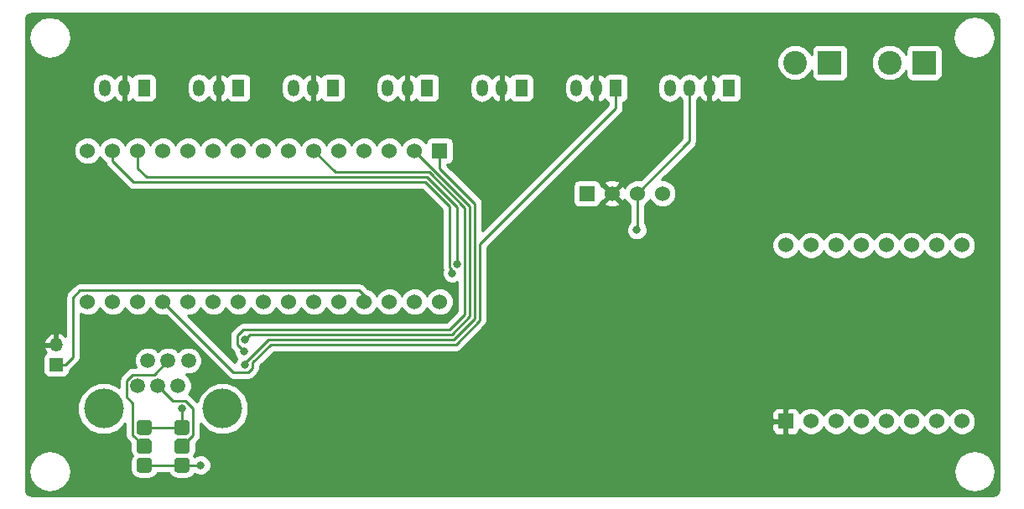
<source format=gbl>
G04 #@! TF.GenerationSoftware,KiCad,Pcbnew,(2017-10-17 revision 537804b)-master*
G04 #@! TF.CreationDate,2017-12-04T11:47:58+01:00*
G04 #@! TF.ProjectId,TrainAutomator,547261696E4175746F6D61746F722E6B,rev?*
G04 #@! TF.SameCoordinates,Original*
G04 #@! TF.FileFunction,Copper,L2,Bot,Signal*
G04 #@! TF.FilePolarity,Positive*
%FSLAX46Y46*%
G04 Gerber Fmt 4.6, Leading zero omitted, Abs format (unit mm)*
G04 Created by KiCad (PCBNEW (2017-10-17 revision 537804b)-master) date 2017 December 04, Monday 11:47:58*
%MOMM*%
%LPD*%
G01*
G04 APERTURE LIST*
%ADD10C,1.524000*%
%ADD11R,1.524000X1.524000*%
%ADD12C,2.400000*%
%ADD13R,2.400000X2.400000*%
%ADD14O,1.350000X1.350000*%
%ADD15R,1.350000X1.350000*%
%ADD16R,1.200000X1.700000*%
%ADD17O,1.200000X1.700000*%
%ADD18C,0.100000*%
%ADD19C,4.000000*%
%ADD20C,1.500000*%
%ADD21C,0.800000*%
%ADD22C,0.250000*%
%ADD23C,0.254000*%
G04 APERTURE END LIST*
D10*
X89535000Y-36195000D03*
X92075000Y-36195000D03*
X94615000Y-36195000D03*
X97155000Y-36195000D03*
X99695000Y-36195000D03*
X102235000Y-36195000D03*
X104775000Y-36195000D03*
X107315000Y-36195000D03*
X107315000Y-53975000D03*
X104775000Y-53975000D03*
X102235000Y-53975000D03*
X99695000Y-53975000D03*
X97155000Y-53975000D03*
X94615000Y-53975000D03*
X92075000Y-53975000D03*
D11*
X89535000Y-53975000D03*
D12*
X100005000Y-17780000D03*
D13*
X103505000Y-17780000D03*
X93980000Y-17780000D03*
D12*
X90480000Y-17780000D03*
D14*
X15875000Y-46260000D03*
D15*
X15875000Y-48260000D03*
D16*
X62865000Y-20320000D03*
D17*
X60865000Y-20320000D03*
X58865000Y-20320000D03*
X77820000Y-20320000D03*
X79820000Y-20320000D03*
X81820000Y-20320000D03*
D16*
X83820000Y-20320000D03*
D17*
X49340000Y-20320000D03*
X51340000Y-20320000D03*
D16*
X53340000Y-20320000D03*
X43815000Y-20320000D03*
D17*
X41815000Y-20320000D03*
X39815000Y-20320000D03*
X30290000Y-20320000D03*
X32290000Y-20320000D03*
D16*
X34290000Y-20320000D03*
X24765000Y-20320000D03*
D17*
X22765000Y-20320000D03*
X20765000Y-20320000D03*
X68390000Y-20320000D03*
X70390000Y-20320000D03*
D16*
X72390000Y-20320000D03*
D11*
X69469000Y-30988000D03*
D10*
X72009000Y-30988000D03*
X74549000Y-30988000D03*
X77089000Y-30988000D03*
D11*
X54610000Y-26670000D03*
D10*
X52070000Y-26670000D03*
X49530000Y-26670000D03*
X46990000Y-26670000D03*
X44450000Y-26670000D03*
X41910000Y-26670000D03*
X39370000Y-26670000D03*
X36830000Y-26670000D03*
X34290000Y-26670000D03*
X31750000Y-26670000D03*
X29210000Y-26670000D03*
X26670000Y-26670000D03*
X24130000Y-26670000D03*
X21590000Y-26670000D03*
X19050000Y-26670000D03*
X19050000Y-41910000D03*
X21590000Y-41910000D03*
X24130000Y-41910000D03*
X26670000Y-41910000D03*
X29210000Y-41910000D03*
X31750000Y-41910000D03*
X34290000Y-41910000D03*
X36830000Y-41910000D03*
X39370000Y-41910000D03*
X41910000Y-41910000D03*
X44450000Y-41910000D03*
X46990000Y-41910000D03*
X49530000Y-41910000D03*
X52070000Y-41910000D03*
X54610000Y-41910000D03*
D18*
G36*
X25183345Y-53849835D02*
X25220329Y-53855321D01*
X25256598Y-53864406D01*
X25291802Y-53877002D01*
X25325602Y-53892988D01*
X25357672Y-53912210D01*
X25387704Y-53934483D01*
X25415408Y-53959592D01*
X25440517Y-53987296D01*
X25462790Y-54017328D01*
X25482012Y-54049398D01*
X25497998Y-54083198D01*
X25510594Y-54118402D01*
X25519679Y-54154671D01*
X25525165Y-54191655D01*
X25527000Y-54229000D01*
X25527000Y-54991000D01*
X25525165Y-55028345D01*
X25519679Y-55065329D01*
X25510594Y-55101598D01*
X25497998Y-55136802D01*
X25482012Y-55170602D01*
X25462790Y-55202672D01*
X25440517Y-55232704D01*
X25415408Y-55260408D01*
X25387704Y-55285517D01*
X25357672Y-55307790D01*
X25325602Y-55327012D01*
X25291802Y-55342998D01*
X25256598Y-55355594D01*
X25220329Y-55364679D01*
X25183345Y-55370165D01*
X25146000Y-55372000D01*
X24384000Y-55372000D01*
X24346655Y-55370165D01*
X24309671Y-55364679D01*
X24273402Y-55355594D01*
X24238198Y-55342998D01*
X24204398Y-55327012D01*
X24172328Y-55307790D01*
X24142296Y-55285517D01*
X24114592Y-55260408D01*
X24089483Y-55232704D01*
X24067210Y-55202672D01*
X24047988Y-55170602D01*
X24032002Y-55136802D01*
X24019406Y-55101598D01*
X24010321Y-55065329D01*
X24004835Y-55028345D01*
X24003000Y-54991000D01*
X24003000Y-54229000D01*
X24004835Y-54191655D01*
X24010321Y-54154671D01*
X24019406Y-54118402D01*
X24032002Y-54083198D01*
X24047988Y-54049398D01*
X24067210Y-54017328D01*
X24089483Y-53987296D01*
X24114592Y-53959592D01*
X24142296Y-53934483D01*
X24172328Y-53912210D01*
X24204398Y-53892988D01*
X24238198Y-53877002D01*
X24273402Y-53864406D01*
X24309671Y-53855321D01*
X24346655Y-53849835D01*
X24384000Y-53848000D01*
X25146000Y-53848000D01*
X25183345Y-53849835D01*
X25183345Y-53849835D01*
G37*
D10*
X24765000Y-54610000D03*
D18*
G36*
X25183345Y-55754835D02*
X25220329Y-55760321D01*
X25256598Y-55769406D01*
X25291802Y-55782002D01*
X25325602Y-55797988D01*
X25357672Y-55817210D01*
X25387704Y-55839483D01*
X25415408Y-55864592D01*
X25440517Y-55892296D01*
X25462790Y-55922328D01*
X25482012Y-55954398D01*
X25497998Y-55988198D01*
X25510594Y-56023402D01*
X25519679Y-56059671D01*
X25525165Y-56096655D01*
X25527000Y-56134000D01*
X25527000Y-56896000D01*
X25525165Y-56933345D01*
X25519679Y-56970329D01*
X25510594Y-57006598D01*
X25497998Y-57041802D01*
X25482012Y-57075602D01*
X25462790Y-57107672D01*
X25440517Y-57137704D01*
X25415408Y-57165408D01*
X25387704Y-57190517D01*
X25357672Y-57212790D01*
X25325602Y-57232012D01*
X25291802Y-57247998D01*
X25256598Y-57260594D01*
X25220329Y-57269679D01*
X25183345Y-57275165D01*
X25146000Y-57277000D01*
X24384000Y-57277000D01*
X24346655Y-57275165D01*
X24309671Y-57269679D01*
X24273402Y-57260594D01*
X24238198Y-57247998D01*
X24204398Y-57232012D01*
X24172328Y-57212790D01*
X24142296Y-57190517D01*
X24114592Y-57165408D01*
X24089483Y-57137704D01*
X24067210Y-57107672D01*
X24047988Y-57075602D01*
X24032002Y-57041802D01*
X24019406Y-57006598D01*
X24010321Y-56970329D01*
X24004835Y-56933345D01*
X24003000Y-56896000D01*
X24003000Y-56134000D01*
X24004835Y-56096655D01*
X24010321Y-56059671D01*
X24019406Y-56023402D01*
X24032002Y-55988198D01*
X24047988Y-55954398D01*
X24067210Y-55922328D01*
X24089483Y-55892296D01*
X24114592Y-55864592D01*
X24142296Y-55839483D01*
X24172328Y-55817210D01*
X24204398Y-55797988D01*
X24238198Y-55782002D01*
X24273402Y-55769406D01*
X24309671Y-55760321D01*
X24346655Y-55754835D01*
X24384000Y-55753000D01*
X25146000Y-55753000D01*
X25183345Y-55754835D01*
X25183345Y-55754835D01*
G37*
D10*
X24765000Y-56515000D03*
D18*
G36*
X25183345Y-57659835D02*
X25220329Y-57665321D01*
X25256598Y-57674406D01*
X25291802Y-57687002D01*
X25325602Y-57702988D01*
X25357672Y-57722210D01*
X25387704Y-57744483D01*
X25415408Y-57769592D01*
X25440517Y-57797296D01*
X25462790Y-57827328D01*
X25482012Y-57859398D01*
X25497998Y-57893198D01*
X25510594Y-57928402D01*
X25519679Y-57964671D01*
X25525165Y-58001655D01*
X25527000Y-58039000D01*
X25527000Y-58801000D01*
X25525165Y-58838345D01*
X25519679Y-58875329D01*
X25510594Y-58911598D01*
X25497998Y-58946802D01*
X25482012Y-58980602D01*
X25462790Y-59012672D01*
X25440517Y-59042704D01*
X25415408Y-59070408D01*
X25387704Y-59095517D01*
X25357672Y-59117790D01*
X25325602Y-59137012D01*
X25291802Y-59152998D01*
X25256598Y-59165594D01*
X25220329Y-59174679D01*
X25183345Y-59180165D01*
X25146000Y-59182000D01*
X24384000Y-59182000D01*
X24346655Y-59180165D01*
X24309671Y-59174679D01*
X24273402Y-59165594D01*
X24238198Y-59152998D01*
X24204398Y-59137012D01*
X24172328Y-59117790D01*
X24142296Y-59095517D01*
X24114592Y-59070408D01*
X24089483Y-59042704D01*
X24067210Y-59012672D01*
X24047988Y-58980602D01*
X24032002Y-58946802D01*
X24019406Y-58911598D01*
X24010321Y-58875329D01*
X24004835Y-58838345D01*
X24003000Y-58801000D01*
X24003000Y-58039000D01*
X24004835Y-58001655D01*
X24010321Y-57964671D01*
X24019406Y-57928402D01*
X24032002Y-57893198D01*
X24047988Y-57859398D01*
X24067210Y-57827328D01*
X24089483Y-57797296D01*
X24114592Y-57769592D01*
X24142296Y-57744483D01*
X24172328Y-57722210D01*
X24204398Y-57702988D01*
X24238198Y-57687002D01*
X24273402Y-57674406D01*
X24309671Y-57665321D01*
X24346655Y-57659835D01*
X24384000Y-57658000D01*
X25146000Y-57658000D01*
X25183345Y-57659835D01*
X25183345Y-57659835D01*
G37*
D10*
X24765000Y-58420000D03*
D18*
G36*
X28993345Y-57659835D02*
X29030329Y-57665321D01*
X29066598Y-57674406D01*
X29101802Y-57687002D01*
X29135602Y-57702988D01*
X29167672Y-57722210D01*
X29197704Y-57744483D01*
X29225408Y-57769592D01*
X29250517Y-57797296D01*
X29272790Y-57827328D01*
X29292012Y-57859398D01*
X29307998Y-57893198D01*
X29320594Y-57928402D01*
X29329679Y-57964671D01*
X29335165Y-58001655D01*
X29337000Y-58039000D01*
X29337000Y-58801000D01*
X29335165Y-58838345D01*
X29329679Y-58875329D01*
X29320594Y-58911598D01*
X29307998Y-58946802D01*
X29292012Y-58980602D01*
X29272790Y-59012672D01*
X29250517Y-59042704D01*
X29225408Y-59070408D01*
X29197704Y-59095517D01*
X29167672Y-59117790D01*
X29135602Y-59137012D01*
X29101802Y-59152998D01*
X29066598Y-59165594D01*
X29030329Y-59174679D01*
X28993345Y-59180165D01*
X28956000Y-59182000D01*
X28194000Y-59182000D01*
X28156655Y-59180165D01*
X28119671Y-59174679D01*
X28083402Y-59165594D01*
X28048198Y-59152998D01*
X28014398Y-59137012D01*
X27982328Y-59117790D01*
X27952296Y-59095517D01*
X27924592Y-59070408D01*
X27899483Y-59042704D01*
X27877210Y-59012672D01*
X27857988Y-58980602D01*
X27842002Y-58946802D01*
X27829406Y-58911598D01*
X27820321Y-58875329D01*
X27814835Y-58838345D01*
X27813000Y-58801000D01*
X27813000Y-58039000D01*
X27814835Y-58001655D01*
X27820321Y-57964671D01*
X27829406Y-57928402D01*
X27842002Y-57893198D01*
X27857988Y-57859398D01*
X27877210Y-57827328D01*
X27899483Y-57797296D01*
X27924592Y-57769592D01*
X27952296Y-57744483D01*
X27982328Y-57722210D01*
X28014398Y-57702988D01*
X28048198Y-57687002D01*
X28083402Y-57674406D01*
X28119671Y-57665321D01*
X28156655Y-57659835D01*
X28194000Y-57658000D01*
X28956000Y-57658000D01*
X28993345Y-57659835D01*
X28993345Y-57659835D01*
G37*
D10*
X28575000Y-58420000D03*
D18*
G36*
X28993345Y-55754835D02*
X29030329Y-55760321D01*
X29066598Y-55769406D01*
X29101802Y-55782002D01*
X29135602Y-55797988D01*
X29167672Y-55817210D01*
X29197704Y-55839483D01*
X29225408Y-55864592D01*
X29250517Y-55892296D01*
X29272790Y-55922328D01*
X29292012Y-55954398D01*
X29307998Y-55988198D01*
X29320594Y-56023402D01*
X29329679Y-56059671D01*
X29335165Y-56096655D01*
X29337000Y-56134000D01*
X29337000Y-56896000D01*
X29335165Y-56933345D01*
X29329679Y-56970329D01*
X29320594Y-57006598D01*
X29307998Y-57041802D01*
X29292012Y-57075602D01*
X29272790Y-57107672D01*
X29250517Y-57137704D01*
X29225408Y-57165408D01*
X29197704Y-57190517D01*
X29167672Y-57212790D01*
X29135602Y-57232012D01*
X29101802Y-57247998D01*
X29066598Y-57260594D01*
X29030329Y-57269679D01*
X28993345Y-57275165D01*
X28956000Y-57277000D01*
X28194000Y-57277000D01*
X28156655Y-57275165D01*
X28119671Y-57269679D01*
X28083402Y-57260594D01*
X28048198Y-57247998D01*
X28014398Y-57232012D01*
X27982328Y-57212790D01*
X27952296Y-57190517D01*
X27924592Y-57165408D01*
X27899483Y-57137704D01*
X27877210Y-57107672D01*
X27857988Y-57075602D01*
X27842002Y-57041802D01*
X27829406Y-57006598D01*
X27820321Y-56970329D01*
X27814835Y-56933345D01*
X27813000Y-56896000D01*
X27813000Y-56134000D01*
X27814835Y-56096655D01*
X27820321Y-56059671D01*
X27829406Y-56023402D01*
X27842002Y-55988198D01*
X27857988Y-55954398D01*
X27877210Y-55922328D01*
X27899483Y-55892296D01*
X27924592Y-55864592D01*
X27952296Y-55839483D01*
X27982328Y-55817210D01*
X28014398Y-55797988D01*
X28048198Y-55782002D01*
X28083402Y-55769406D01*
X28119671Y-55760321D01*
X28156655Y-55754835D01*
X28194000Y-55753000D01*
X28956000Y-55753000D01*
X28993345Y-55754835D01*
X28993345Y-55754835D01*
G37*
D10*
X28575000Y-56515000D03*
D18*
G36*
X28993345Y-53849835D02*
X29030329Y-53855321D01*
X29066598Y-53864406D01*
X29101802Y-53877002D01*
X29135602Y-53892988D01*
X29167672Y-53912210D01*
X29197704Y-53934483D01*
X29225408Y-53959592D01*
X29250517Y-53987296D01*
X29272790Y-54017328D01*
X29292012Y-54049398D01*
X29307998Y-54083198D01*
X29320594Y-54118402D01*
X29329679Y-54154671D01*
X29335165Y-54191655D01*
X29337000Y-54229000D01*
X29337000Y-54991000D01*
X29335165Y-55028345D01*
X29329679Y-55065329D01*
X29320594Y-55101598D01*
X29307998Y-55136802D01*
X29292012Y-55170602D01*
X29272790Y-55202672D01*
X29250517Y-55232704D01*
X29225408Y-55260408D01*
X29197704Y-55285517D01*
X29167672Y-55307790D01*
X29135602Y-55327012D01*
X29101802Y-55342998D01*
X29066598Y-55355594D01*
X29030329Y-55364679D01*
X28993345Y-55370165D01*
X28956000Y-55372000D01*
X28194000Y-55372000D01*
X28156655Y-55370165D01*
X28119671Y-55364679D01*
X28083402Y-55355594D01*
X28048198Y-55342998D01*
X28014398Y-55327012D01*
X27982328Y-55307790D01*
X27952296Y-55285517D01*
X27924592Y-55260408D01*
X27899483Y-55232704D01*
X27877210Y-55202672D01*
X27857988Y-55170602D01*
X27842002Y-55136802D01*
X27829406Y-55101598D01*
X27820321Y-55065329D01*
X27814835Y-55028345D01*
X27813000Y-54991000D01*
X27813000Y-54229000D01*
X27814835Y-54191655D01*
X27820321Y-54154671D01*
X27829406Y-54118402D01*
X27842002Y-54083198D01*
X27857988Y-54049398D01*
X27877210Y-54017328D01*
X27899483Y-53987296D01*
X27924592Y-53959592D01*
X27952296Y-53934483D01*
X27982328Y-53912210D01*
X28014398Y-53892988D01*
X28048198Y-53877002D01*
X28083402Y-53864406D01*
X28119671Y-53855321D01*
X28156655Y-53849835D01*
X28194000Y-53848000D01*
X28956000Y-53848000D01*
X28993345Y-53849835D01*
X28993345Y-53849835D01*
G37*
D10*
X28575000Y-54610000D03*
D19*
X32670000Y-52705000D03*
X20670000Y-52705000D03*
D20*
X26160000Y-50405000D03*
X27180000Y-47865000D03*
X28200000Y-50405000D03*
X29220000Y-47865000D03*
X25140000Y-47865000D03*
X24120000Y-50405000D03*
D21*
X34925000Y-48254999D03*
X34925000Y-45720000D03*
X34884985Y-46949985D03*
X56375683Y-38088683D03*
X55878816Y-39013693D03*
X74506514Y-34666516D03*
X48754228Y-49530020D03*
X100965000Y-24130000D03*
X42525919Y-53994081D03*
X60325000Y-49530000D03*
X54469228Y-49530000D03*
X28575000Y-52705000D03*
X30480000Y-58420000D03*
D22*
X54610000Y-26670000D02*
X54610000Y-28448000D01*
X34925000Y-48133000D02*
X34925000Y-48254999D01*
X54610000Y-28448000D02*
X58150022Y-31988022D01*
X58150022Y-31988022D02*
X58150022Y-37301776D01*
X58150022Y-37301776D02*
X58150706Y-37302460D01*
X58150706Y-37302460D02*
X58150705Y-38874907D01*
X58150020Y-43594224D02*
X56024244Y-45720000D01*
X56024244Y-45720000D02*
X37338000Y-45720000D01*
X37338000Y-45720000D02*
X34925000Y-48133000D01*
X58150705Y-38874907D02*
X58150022Y-38875590D01*
X58150022Y-38875590D02*
X58150020Y-43594224D01*
X35425011Y-45219989D02*
X35324999Y-45320001D01*
X57650010Y-43387112D02*
X55817133Y-45219989D01*
X57650695Y-38667795D02*
X57650010Y-38668480D01*
X57650695Y-37509571D02*
X57650695Y-38667795D01*
X57650010Y-32250010D02*
X57650012Y-37508888D01*
X52070000Y-26670000D02*
X57650010Y-32250010D01*
X57650010Y-38668480D02*
X57650010Y-43387112D01*
X55817133Y-45219989D02*
X35425011Y-45219989D01*
X35324999Y-45320001D02*
X34925000Y-45720000D01*
X57650012Y-37508888D02*
X57650695Y-37509571D01*
X53521878Y-28829000D02*
X57149999Y-32457121D01*
X57149999Y-32457121D02*
X57149999Y-37715997D01*
X34149999Y-46214999D02*
X34484986Y-46549986D01*
X41910000Y-26670000D02*
X44069000Y-28829000D01*
X44069000Y-28829000D02*
X53521878Y-28829000D01*
X34778018Y-44719980D02*
X34149999Y-45347999D01*
X34149999Y-45347999D02*
X34149999Y-46214999D01*
X57149999Y-37715997D02*
X57150684Y-37716682D01*
X57150684Y-37716682D02*
X57150684Y-38460684D01*
X57150684Y-38460684D02*
X57149999Y-38461369D01*
X57149999Y-38461369D02*
X57149999Y-43180001D01*
X57149999Y-43180001D02*
X55610020Y-44719980D01*
X55610020Y-44719980D02*
X34778018Y-44719980D01*
X34484986Y-46549986D02*
X34884985Y-46949985D01*
X25026989Y-29344989D02*
X53330747Y-29344989D01*
X24130000Y-28448000D02*
X25026989Y-29344989D01*
X53330747Y-29344989D02*
X56388000Y-32402242D01*
X56388000Y-32402242D02*
X56388000Y-38076366D01*
X24130000Y-26670000D02*
X24130000Y-28448000D01*
X56388000Y-38076366D02*
X56375683Y-38088683D01*
X21590000Y-26670000D02*
X21590000Y-27747630D01*
X21590000Y-27747630D02*
X23687370Y-29845000D01*
X23687370Y-29845000D02*
X53123638Y-29845000D01*
X53123638Y-29845000D02*
X55600682Y-32322044D01*
X55600682Y-32322044D02*
X55600682Y-38460684D01*
X55600682Y-38460684D02*
X55878816Y-38738818D01*
X55878816Y-38738818D02*
X55878816Y-39013693D01*
X37545110Y-46220010D02*
X35700001Y-48065119D01*
X56231354Y-46220010D02*
X37545110Y-46220010D01*
X58650033Y-43801333D02*
X56231354Y-46220010D01*
X58650033Y-39082701D02*
X58650033Y-43801333D01*
X58650715Y-39082019D02*
X58650033Y-39082701D01*
X58650033Y-37094665D02*
X58650716Y-37095350D01*
X58650033Y-36091967D02*
X58650033Y-37094665D01*
X72390000Y-22352000D02*
X58650033Y-36091967D01*
X58650716Y-37095350D02*
X58650715Y-39082019D01*
X72390000Y-20320000D02*
X72390000Y-22352000D01*
X35700001Y-48627000D02*
X35297001Y-49030000D01*
X35700001Y-48065119D02*
X35700001Y-48627000D01*
X35297001Y-49030000D02*
X33790000Y-49030000D01*
X33790000Y-49030000D02*
X27431999Y-42671999D01*
X27431999Y-42671999D02*
X26670000Y-41910000D01*
X74549000Y-34624030D02*
X74506514Y-34666516D01*
X74549000Y-30988000D02*
X74549000Y-34624030D01*
X79820000Y-20320000D02*
X79820000Y-25717000D01*
X79820000Y-25717000D02*
X74549000Y-30988000D01*
X27180000Y-47865000D02*
X25765001Y-49279999D01*
X25765001Y-49279999D02*
X23579999Y-49279999D01*
X23579999Y-49279999D02*
X22994999Y-49864999D01*
X22994999Y-49864999D02*
X22994999Y-51514997D01*
X22994999Y-51514997D02*
X23627990Y-52147988D01*
X23627990Y-52147988D02*
X23627990Y-55377990D01*
X23627990Y-55377990D02*
X24765000Y-56515000D01*
X28575000Y-56515000D02*
X29712010Y-55377990D01*
X29712010Y-55377990D02*
X29712010Y-52695008D01*
X29712010Y-52695008D02*
X28947001Y-51929999D01*
X28947001Y-51929999D02*
X27684999Y-51929999D01*
X27684999Y-51929999D02*
X26909999Y-51154999D01*
X26909999Y-51154999D02*
X26160000Y-50405000D01*
X17560001Y-41494999D02*
X17560001Y-47499999D01*
X17560001Y-47499999D02*
X16800000Y-48260000D01*
X16800000Y-48260000D02*
X15875000Y-48260000D01*
X47625000Y-41910000D02*
X46487999Y-40772999D01*
X46487999Y-40772999D02*
X18282001Y-40772999D01*
X18282001Y-40772999D02*
X17560001Y-41494999D01*
X28575000Y-52705000D02*
X28575000Y-54610000D01*
X24765000Y-54610000D02*
X28575000Y-54610000D01*
X28575000Y-58420000D02*
X30480000Y-58420000D01*
X24765000Y-58420000D02*
X28575000Y-58420000D01*
D23*
G36*
X110689225Y-12854028D02*
X110858120Y-12966879D01*
X110970972Y-13135775D01*
X111025000Y-13407390D01*
X111025000Y-60887610D01*
X110970972Y-61159225D01*
X110858120Y-61328121D01*
X110689225Y-61440972D01*
X110417610Y-61495000D01*
X13407390Y-61495000D01*
X13135775Y-61440972D01*
X12966879Y-61328120D01*
X12854028Y-61159225D01*
X12800000Y-60887610D01*
X12800000Y-59055000D01*
X13110097Y-59055000D01*
X13272226Y-59870079D01*
X13733931Y-60561069D01*
X14424921Y-61022774D01*
X15240000Y-61184903D01*
X16055079Y-61022774D01*
X16746069Y-60561069D01*
X17207774Y-59870079D01*
X17369903Y-59055000D01*
X17207774Y-58239921D01*
X16746069Y-57548931D01*
X16055079Y-57087226D01*
X15240000Y-56925097D01*
X14424921Y-57087226D01*
X13733931Y-57548931D01*
X13272226Y-58239921D01*
X13110097Y-59055000D01*
X12800000Y-59055000D01*
X12800000Y-53226834D01*
X18034543Y-53226834D01*
X18434853Y-54195658D01*
X19175443Y-54937542D01*
X20143567Y-55339542D01*
X21191834Y-55340457D01*
X22160658Y-54940147D01*
X22867990Y-54234049D01*
X22867990Y-55377990D01*
X22925842Y-55668829D01*
X23090589Y-55915391D01*
X23355560Y-56180362D01*
X23355560Y-56896000D01*
X23433845Y-57289567D01*
X23552736Y-57467500D01*
X23433845Y-57645433D01*
X23355560Y-58039000D01*
X23355560Y-58801000D01*
X23433845Y-59194567D01*
X23656783Y-59528217D01*
X23990433Y-59751155D01*
X24384000Y-59829440D01*
X25146000Y-59829440D01*
X25539567Y-59751155D01*
X25873217Y-59528217D01*
X26096155Y-59194567D01*
X26099053Y-59180000D01*
X27240947Y-59180000D01*
X27243845Y-59194567D01*
X27466783Y-59528217D01*
X27800433Y-59751155D01*
X28194000Y-59829440D01*
X28956000Y-59829440D01*
X29349567Y-59751155D01*
X29683217Y-59528217D01*
X29859894Y-59263801D01*
X29892954Y-59296919D01*
X30273223Y-59454820D01*
X30684971Y-59455179D01*
X31065515Y-59297942D01*
X31308881Y-59055000D01*
X106455097Y-59055000D01*
X106617226Y-59870079D01*
X107078931Y-60561069D01*
X107769921Y-61022774D01*
X108585000Y-61184903D01*
X109400079Y-61022774D01*
X110091069Y-60561069D01*
X110552774Y-59870079D01*
X110714903Y-59055000D01*
X110552774Y-58239921D01*
X110091069Y-57548931D01*
X109400079Y-57087226D01*
X108585000Y-56925097D01*
X107769921Y-57087226D01*
X107078931Y-57548931D01*
X106617226Y-58239921D01*
X106455097Y-59055000D01*
X31308881Y-59055000D01*
X31356919Y-59007046D01*
X31514820Y-58626777D01*
X31515179Y-58215029D01*
X31357942Y-57834485D01*
X31067046Y-57543081D01*
X30686777Y-57385180D01*
X30275029Y-57384821D01*
X29894485Y-57542058D01*
X29860050Y-57576433D01*
X29787264Y-57467500D01*
X29906155Y-57289567D01*
X29984440Y-56896000D01*
X29984440Y-56180362D01*
X30249411Y-55915391D01*
X30414158Y-55668829D01*
X30472010Y-55377990D01*
X30472010Y-54232880D01*
X31175443Y-54937542D01*
X32143567Y-55339542D01*
X33191834Y-55340457D01*
X34160658Y-54940147D01*
X34841242Y-54260750D01*
X88138000Y-54260750D01*
X88138000Y-54863309D01*
X88234673Y-55096698D01*
X88413301Y-55275327D01*
X88646690Y-55372000D01*
X89249250Y-55372000D01*
X89408000Y-55213250D01*
X89408000Y-54102000D01*
X88296750Y-54102000D01*
X88138000Y-54260750D01*
X34841242Y-54260750D01*
X34902542Y-54199557D01*
X35304542Y-53231433D01*
X35304668Y-53086691D01*
X88138000Y-53086691D01*
X88138000Y-53689250D01*
X88296750Y-53848000D01*
X89408000Y-53848000D01*
X89408000Y-52736750D01*
X89662000Y-52736750D01*
X89662000Y-53848000D01*
X89682000Y-53848000D01*
X89682000Y-54102000D01*
X89662000Y-54102000D01*
X89662000Y-55213250D01*
X89820750Y-55372000D01*
X90423310Y-55372000D01*
X90656699Y-55275327D01*
X90835327Y-55096698D01*
X90932000Y-54863309D01*
X90932000Y-54807386D01*
X91282630Y-55158629D01*
X91795900Y-55371757D01*
X92351661Y-55372242D01*
X92865303Y-55160010D01*
X93258629Y-54767370D01*
X93344949Y-54559488D01*
X93429990Y-54765303D01*
X93822630Y-55158629D01*
X94335900Y-55371757D01*
X94891661Y-55372242D01*
X95405303Y-55160010D01*
X95798629Y-54767370D01*
X95884949Y-54559488D01*
X95969990Y-54765303D01*
X96362630Y-55158629D01*
X96875900Y-55371757D01*
X97431661Y-55372242D01*
X97945303Y-55160010D01*
X98338629Y-54767370D01*
X98424949Y-54559488D01*
X98509990Y-54765303D01*
X98902630Y-55158629D01*
X99415900Y-55371757D01*
X99971661Y-55372242D01*
X100485303Y-55160010D01*
X100878629Y-54767370D01*
X100964949Y-54559488D01*
X101049990Y-54765303D01*
X101442630Y-55158629D01*
X101955900Y-55371757D01*
X102511661Y-55372242D01*
X103025303Y-55160010D01*
X103418629Y-54767370D01*
X103504949Y-54559488D01*
X103589990Y-54765303D01*
X103982630Y-55158629D01*
X104495900Y-55371757D01*
X105051661Y-55372242D01*
X105565303Y-55160010D01*
X105958629Y-54767370D01*
X106044949Y-54559488D01*
X106129990Y-54765303D01*
X106522630Y-55158629D01*
X107035900Y-55371757D01*
X107591661Y-55372242D01*
X108105303Y-55160010D01*
X108498629Y-54767370D01*
X108711757Y-54254100D01*
X108712242Y-53698339D01*
X108500010Y-53184697D01*
X108107370Y-52791371D01*
X107594100Y-52578243D01*
X107038339Y-52577758D01*
X106524697Y-52789990D01*
X106131371Y-53182630D01*
X106045051Y-53390512D01*
X105960010Y-53184697D01*
X105567370Y-52791371D01*
X105054100Y-52578243D01*
X104498339Y-52577758D01*
X103984697Y-52789990D01*
X103591371Y-53182630D01*
X103505051Y-53390512D01*
X103420010Y-53184697D01*
X103027370Y-52791371D01*
X102514100Y-52578243D01*
X101958339Y-52577758D01*
X101444697Y-52789990D01*
X101051371Y-53182630D01*
X100965051Y-53390512D01*
X100880010Y-53184697D01*
X100487370Y-52791371D01*
X99974100Y-52578243D01*
X99418339Y-52577758D01*
X98904697Y-52789990D01*
X98511371Y-53182630D01*
X98425051Y-53390512D01*
X98340010Y-53184697D01*
X97947370Y-52791371D01*
X97434100Y-52578243D01*
X96878339Y-52577758D01*
X96364697Y-52789990D01*
X95971371Y-53182630D01*
X95885051Y-53390512D01*
X95800010Y-53184697D01*
X95407370Y-52791371D01*
X94894100Y-52578243D01*
X94338339Y-52577758D01*
X93824697Y-52789990D01*
X93431371Y-53182630D01*
X93345051Y-53390512D01*
X93260010Y-53184697D01*
X92867370Y-52791371D01*
X92354100Y-52578243D01*
X91798339Y-52577758D01*
X91284697Y-52789990D01*
X90932000Y-53142072D01*
X90932000Y-53086691D01*
X90835327Y-52853302D01*
X90656699Y-52674673D01*
X90423310Y-52578000D01*
X89820750Y-52578000D01*
X89662000Y-52736750D01*
X89408000Y-52736750D01*
X89249250Y-52578000D01*
X88646690Y-52578000D01*
X88413301Y-52674673D01*
X88234673Y-52853302D01*
X88138000Y-53086691D01*
X35304668Y-53086691D01*
X35305457Y-52183166D01*
X34905147Y-51214342D01*
X34164557Y-50472458D01*
X33196433Y-50070458D01*
X32148166Y-50069543D01*
X31179342Y-50469853D01*
X30437458Y-51210443D01*
X30104382Y-52012578D01*
X29484402Y-51392598D01*
X29296707Y-51267184D01*
X29373461Y-51190564D01*
X29584759Y-50681702D01*
X29585240Y-50130715D01*
X29374831Y-49621485D01*
X29003805Y-49249812D01*
X29494285Y-49250240D01*
X30003515Y-49039831D01*
X30393461Y-48650564D01*
X30604759Y-48141702D01*
X30605240Y-47590715D01*
X30394831Y-47081485D01*
X30005564Y-46691539D01*
X29496702Y-46480241D01*
X28945715Y-46479760D01*
X28436485Y-46690169D01*
X28199929Y-46926313D01*
X27965564Y-46691539D01*
X27456702Y-46480241D01*
X26905715Y-46479760D01*
X26396485Y-46690169D01*
X26159929Y-46926313D01*
X25925564Y-46691539D01*
X25416702Y-46480241D01*
X24865715Y-46479760D01*
X24356485Y-46690169D01*
X23966539Y-47079436D01*
X23755241Y-47588298D01*
X23754760Y-48139285D01*
X23912067Y-48519999D01*
X23579999Y-48519999D01*
X23289160Y-48577851D01*
X23042598Y-48742598D01*
X22457598Y-49327598D01*
X22292851Y-49574160D01*
X22234999Y-49864999D01*
X22234999Y-50543023D01*
X22164557Y-50472458D01*
X21196433Y-50070458D01*
X20148166Y-50069543D01*
X19179342Y-50469853D01*
X18437458Y-51210443D01*
X18035458Y-52178567D01*
X18034543Y-53226834D01*
X12800000Y-53226834D01*
X12800000Y-47585000D01*
X14552560Y-47585000D01*
X14552560Y-48935000D01*
X14601843Y-49182765D01*
X14742191Y-49392809D01*
X14952235Y-49533157D01*
X15200000Y-49582440D01*
X16550000Y-49582440D01*
X16797765Y-49533157D01*
X17007809Y-49392809D01*
X17148157Y-49182765D01*
X17197440Y-48935000D01*
X17197440Y-48890920D01*
X17337401Y-48797401D01*
X18097402Y-48037400D01*
X18262149Y-47790838D01*
X18320001Y-47499999D01*
X18320001Y-43119528D01*
X18770900Y-43306757D01*
X19326661Y-43307242D01*
X19840303Y-43095010D01*
X20233629Y-42702370D01*
X20319949Y-42494488D01*
X20404990Y-42700303D01*
X20797630Y-43093629D01*
X21310900Y-43306757D01*
X21866661Y-43307242D01*
X22380303Y-43095010D01*
X22773629Y-42702370D01*
X22859949Y-42494488D01*
X22944990Y-42700303D01*
X23337630Y-43093629D01*
X23850900Y-43306757D01*
X24406661Y-43307242D01*
X24920303Y-43095010D01*
X25313629Y-42702370D01*
X25399949Y-42494488D01*
X25484990Y-42700303D01*
X25877630Y-43093629D01*
X26390900Y-43306757D01*
X26946661Y-43307242D01*
X26979055Y-43293857D01*
X33252599Y-49567401D01*
X33499160Y-49732148D01*
X33790000Y-49790000D01*
X35297001Y-49790000D01*
X35587840Y-49732148D01*
X35834402Y-49567401D01*
X36237402Y-49164401D01*
X36402149Y-48917839D01*
X36460001Y-48627000D01*
X36460001Y-48379921D01*
X37859912Y-46980010D01*
X56231354Y-46980010D01*
X56522193Y-46922158D01*
X56768755Y-46757411D01*
X59187434Y-44338735D01*
X59352181Y-44092173D01*
X59410033Y-43801333D01*
X59410033Y-39085448D01*
X59410715Y-39082019D01*
X59410716Y-37095350D01*
X59410033Y-37091916D01*
X59410033Y-36471661D01*
X88137758Y-36471661D01*
X88349990Y-36985303D01*
X88742630Y-37378629D01*
X89255900Y-37591757D01*
X89811661Y-37592242D01*
X90325303Y-37380010D01*
X90718629Y-36987370D01*
X90804949Y-36779488D01*
X90889990Y-36985303D01*
X91282630Y-37378629D01*
X91795900Y-37591757D01*
X92351661Y-37592242D01*
X92865303Y-37380010D01*
X93258629Y-36987370D01*
X93344949Y-36779488D01*
X93429990Y-36985303D01*
X93822630Y-37378629D01*
X94335900Y-37591757D01*
X94891661Y-37592242D01*
X95405303Y-37380010D01*
X95798629Y-36987370D01*
X95884949Y-36779488D01*
X95969990Y-36985303D01*
X96362630Y-37378629D01*
X96875900Y-37591757D01*
X97431661Y-37592242D01*
X97945303Y-37380010D01*
X98338629Y-36987370D01*
X98424949Y-36779488D01*
X98509990Y-36985303D01*
X98902630Y-37378629D01*
X99415900Y-37591757D01*
X99971661Y-37592242D01*
X100485303Y-37380010D01*
X100878629Y-36987370D01*
X100964949Y-36779488D01*
X101049990Y-36985303D01*
X101442630Y-37378629D01*
X101955900Y-37591757D01*
X102511661Y-37592242D01*
X103025303Y-37380010D01*
X103418629Y-36987370D01*
X103504949Y-36779488D01*
X103589990Y-36985303D01*
X103982630Y-37378629D01*
X104495900Y-37591757D01*
X105051661Y-37592242D01*
X105565303Y-37380010D01*
X105958629Y-36987370D01*
X106044949Y-36779488D01*
X106129990Y-36985303D01*
X106522630Y-37378629D01*
X107035900Y-37591757D01*
X107591661Y-37592242D01*
X108105303Y-37380010D01*
X108498629Y-36987370D01*
X108711757Y-36474100D01*
X108712242Y-35918339D01*
X108500010Y-35404697D01*
X108107370Y-35011371D01*
X107594100Y-34798243D01*
X107038339Y-34797758D01*
X106524697Y-35009990D01*
X106131371Y-35402630D01*
X106045051Y-35610512D01*
X105960010Y-35404697D01*
X105567370Y-35011371D01*
X105054100Y-34798243D01*
X104498339Y-34797758D01*
X103984697Y-35009990D01*
X103591371Y-35402630D01*
X103505051Y-35610512D01*
X103420010Y-35404697D01*
X103027370Y-35011371D01*
X102514100Y-34798243D01*
X101958339Y-34797758D01*
X101444697Y-35009990D01*
X101051371Y-35402630D01*
X100965051Y-35610512D01*
X100880010Y-35404697D01*
X100487370Y-35011371D01*
X99974100Y-34798243D01*
X99418339Y-34797758D01*
X98904697Y-35009990D01*
X98511371Y-35402630D01*
X98425051Y-35610512D01*
X98340010Y-35404697D01*
X97947370Y-35011371D01*
X97434100Y-34798243D01*
X96878339Y-34797758D01*
X96364697Y-35009990D01*
X95971371Y-35402630D01*
X95885051Y-35610512D01*
X95800010Y-35404697D01*
X95407370Y-35011371D01*
X94894100Y-34798243D01*
X94338339Y-34797758D01*
X93824697Y-35009990D01*
X93431371Y-35402630D01*
X93345051Y-35610512D01*
X93260010Y-35404697D01*
X92867370Y-35011371D01*
X92354100Y-34798243D01*
X91798339Y-34797758D01*
X91284697Y-35009990D01*
X90891371Y-35402630D01*
X90805051Y-35610512D01*
X90720010Y-35404697D01*
X90327370Y-35011371D01*
X89814100Y-34798243D01*
X89258339Y-34797758D01*
X88744697Y-35009990D01*
X88351371Y-35402630D01*
X88138243Y-35915900D01*
X88137758Y-36471661D01*
X59410033Y-36471661D01*
X59410033Y-36406769D01*
X65590802Y-30226000D01*
X68059560Y-30226000D01*
X68059560Y-31750000D01*
X68108843Y-31997765D01*
X68249191Y-32207809D01*
X68459235Y-32348157D01*
X68707000Y-32397440D01*
X70231000Y-32397440D01*
X70478765Y-32348157D01*
X70688809Y-32207809D01*
X70829157Y-31997765D01*
X70835035Y-31968213D01*
X71208392Y-31968213D01*
X71277857Y-32210397D01*
X71801302Y-32397144D01*
X72356368Y-32369362D01*
X72740143Y-32210397D01*
X72809608Y-31968213D01*
X72009000Y-31167605D01*
X71208392Y-31968213D01*
X70835035Y-31968213D01*
X70878440Y-31750000D01*
X70878440Y-31745484D01*
X71028787Y-31788608D01*
X71829395Y-30988000D01*
X72188605Y-30988000D01*
X72989213Y-31788608D01*
X73231397Y-31719143D01*
X73281509Y-31578682D01*
X73363990Y-31778303D01*
X73756630Y-32171629D01*
X73789000Y-32185070D01*
X73789000Y-33920343D01*
X73629595Y-34079470D01*
X73471694Y-34459739D01*
X73471335Y-34871487D01*
X73628572Y-35252031D01*
X73919468Y-35543435D01*
X74299737Y-35701336D01*
X74711485Y-35701695D01*
X75092029Y-35544458D01*
X75383433Y-35253562D01*
X75541334Y-34873293D01*
X75541693Y-34461545D01*
X75384456Y-34081001D01*
X75309000Y-34005413D01*
X75309000Y-32185531D01*
X75339303Y-32173010D01*
X75732629Y-31780370D01*
X75818949Y-31572488D01*
X75903990Y-31778303D01*
X76296630Y-32171629D01*
X76809900Y-32384757D01*
X77365661Y-32385242D01*
X77879303Y-32173010D01*
X78272629Y-31780370D01*
X78485757Y-31267100D01*
X78486242Y-30711339D01*
X78274010Y-30197697D01*
X77881370Y-29804371D01*
X77368100Y-29591243D01*
X77020862Y-29590940D01*
X80357401Y-26254401D01*
X80522148Y-26007839D01*
X80580000Y-25717000D01*
X80580000Y-21548059D01*
X80693277Y-21472370D01*
X80822410Y-21279109D01*
X80990875Y-21501933D01*
X81410624Y-21748286D01*
X81502391Y-21763462D01*
X81693000Y-21638731D01*
X81693000Y-20447000D01*
X81673000Y-20447000D01*
X81673000Y-20193000D01*
X81693000Y-20193000D01*
X81693000Y-19001269D01*
X81947000Y-19001269D01*
X81947000Y-20193000D01*
X81967000Y-20193000D01*
X81967000Y-20447000D01*
X81947000Y-20447000D01*
X81947000Y-21638731D01*
X82137609Y-21763462D01*
X82229376Y-21748286D01*
X82649125Y-21501933D01*
X82664497Y-21481601D01*
X82762191Y-21627809D01*
X82972235Y-21768157D01*
X83220000Y-21817440D01*
X84420000Y-21817440D01*
X84667765Y-21768157D01*
X84877809Y-21627809D01*
X85018157Y-21417765D01*
X85067440Y-21170000D01*
X85067440Y-19470000D01*
X85018157Y-19222235D01*
X84877809Y-19012191D01*
X84667765Y-18871843D01*
X84420000Y-18822560D01*
X83220000Y-18822560D01*
X82972235Y-18871843D01*
X82762191Y-19012191D01*
X82664497Y-19158399D01*
X82649125Y-19138067D01*
X82229376Y-18891714D01*
X82137609Y-18876538D01*
X81947000Y-19001269D01*
X81693000Y-19001269D01*
X81502391Y-18876538D01*
X81410624Y-18891714D01*
X80990875Y-19138067D01*
X80822410Y-19360891D01*
X80693277Y-19167630D01*
X80292614Y-18899916D01*
X79820000Y-18805907D01*
X79347386Y-18899916D01*
X78946723Y-19167630D01*
X78820000Y-19357285D01*
X78693277Y-19167630D01*
X78292614Y-18899916D01*
X77820000Y-18805907D01*
X77347386Y-18899916D01*
X76946723Y-19167630D01*
X76679009Y-19568293D01*
X76585000Y-20040907D01*
X76585000Y-20599093D01*
X76679009Y-21071707D01*
X76946723Y-21472370D01*
X77347386Y-21740084D01*
X77820000Y-21834093D01*
X78292614Y-21740084D01*
X78693277Y-21472370D01*
X78820000Y-21282715D01*
X78946723Y-21472370D01*
X79060000Y-21548059D01*
X79060000Y-25402198D01*
X74858381Y-29603817D01*
X74828100Y-29591243D01*
X74272339Y-29590758D01*
X73758697Y-29802990D01*
X73365371Y-30195630D01*
X73285605Y-30387727D01*
X73231397Y-30256857D01*
X72989213Y-30187392D01*
X72188605Y-30988000D01*
X71829395Y-30988000D01*
X71028787Y-30187392D01*
X70878440Y-30230516D01*
X70878440Y-30226000D01*
X70835036Y-30007787D01*
X71208392Y-30007787D01*
X72009000Y-30808395D01*
X72809608Y-30007787D01*
X72740143Y-29765603D01*
X72216698Y-29578856D01*
X71661632Y-29606638D01*
X71277857Y-29765603D01*
X71208392Y-30007787D01*
X70835036Y-30007787D01*
X70829157Y-29978235D01*
X70688809Y-29768191D01*
X70478765Y-29627843D01*
X70231000Y-29578560D01*
X68707000Y-29578560D01*
X68459235Y-29627843D01*
X68249191Y-29768191D01*
X68108843Y-29978235D01*
X68059560Y-30226000D01*
X65590802Y-30226000D01*
X72927401Y-22889401D01*
X73092148Y-22642839D01*
X73150000Y-22352000D01*
X73150000Y-21785614D01*
X73237765Y-21768157D01*
X73447809Y-21627809D01*
X73588157Y-21417765D01*
X73637440Y-21170000D01*
X73637440Y-19470000D01*
X73588157Y-19222235D01*
X73447809Y-19012191D01*
X73237765Y-18871843D01*
X72990000Y-18822560D01*
X71790000Y-18822560D01*
X71542235Y-18871843D01*
X71332191Y-19012191D01*
X71234497Y-19158399D01*
X71219125Y-19138067D01*
X70799376Y-18891714D01*
X70707609Y-18876538D01*
X70517000Y-19001269D01*
X70517000Y-20193000D01*
X70537000Y-20193000D01*
X70537000Y-20447000D01*
X70517000Y-20447000D01*
X70517000Y-21638731D01*
X70707609Y-21763462D01*
X70799376Y-21748286D01*
X71219125Y-21501933D01*
X71234497Y-21481601D01*
X71332191Y-21627809D01*
X71542235Y-21768157D01*
X71630000Y-21785614D01*
X71630000Y-22037198D01*
X58910022Y-34757176D01*
X58910022Y-31988022D01*
X58852170Y-31697183D01*
X58687423Y-31450621D01*
X55370000Y-28133198D01*
X55370000Y-28079440D01*
X55372000Y-28079440D01*
X55619765Y-28030157D01*
X55829809Y-27889809D01*
X55970157Y-27679765D01*
X56019440Y-27432000D01*
X56019440Y-25908000D01*
X55970157Y-25660235D01*
X55829809Y-25450191D01*
X55619765Y-25309843D01*
X55372000Y-25260560D01*
X53848000Y-25260560D01*
X53600235Y-25309843D01*
X53390191Y-25450191D01*
X53249843Y-25660235D01*
X53214301Y-25838917D01*
X52862370Y-25486371D01*
X52349100Y-25273243D01*
X51793339Y-25272758D01*
X51279697Y-25484990D01*
X50886371Y-25877630D01*
X50800051Y-26085512D01*
X50715010Y-25879697D01*
X50322370Y-25486371D01*
X49809100Y-25273243D01*
X49253339Y-25272758D01*
X48739697Y-25484990D01*
X48346371Y-25877630D01*
X48260051Y-26085512D01*
X48175010Y-25879697D01*
X47782370Y-25486371D01*
X47269100Y-25273243D01*
X46713339Y-25272758D01*
X46199697Y-25484990D01*
X45806371Y-25877630D01*
X45720051Y-26085512D01*
X45635010Y-25879697D01*
X45242370Y-25486371D01*
X44729100Y-25273243D01*
X44173339Y-25272758D01*
X43659697Y-25484990D01*
X43266371Y-25877630D01*
X43180051Y-26085512D01*
X43095010Y-25879697D01*
X42702370Y-25486371D01*
X42189100Y-25273243D01*
X41633339Y-25272758D01*
X41119697Y-25484990D01*
X40726371Y-25877630D01*
X40640051Y-26085512D01*
X40555010Y-25879697D01*
X40162370Y-25486371D01*
X39649100Y-25273243D01*
X39093339Y-25272758D01*
X38579697Y-25484990D01*
X38186371Y-25877630D01*
X38100051Y-26085512D01*
X38015010Y-25879697D01*
X37622370Y-25486371D01*
X37109100Y-25273243D01*
X36553339Y-25272758D01*
X36039697Y-25484990D01*
X35646371Y-25877630D01*
X35560051Y-26085512D01*
X35475010Y-25879697D01*
X35082370Y-25486371D01*
X34569100Y-25273243D01*
X34013339Y-25272758D01*
X33499697Y-25484990D01*
X33106371Y-25877630D01*
X33020051Y-26085512D01*
X32935010Y-25879697D01*
X32542370Y-25486371D01*
X32029100Y-25273243D01*
X31473339Y-25272758D01*
X30959697Y-25484990D01*
X30566371Y-25877630D01*
X30480051Y-26085512D01*
X30395010Y-25879697D01*
X30002370Y-25486371D01*
X29489100Y-25273243D01*
X28933339Y-25272758D01*
X28419697Y-25484990D01*
X28026371Y-25877630D01*
X27940051Y-26085512D01*
X27855010Y-25879697D01*
X27462370Y-25486371D01*
X26949100Y-25273243D01*
X26393339Y-25272758D01*
X25879697Y-25484990D01*
X25486371Y-25877630D01*
X25400051Y-26085512D01*
X25315010Y-25879697D01*
X24922370Y-25486371D01*
X24409100Y-25273243D01*
X23853339Y-25272758D01*
X23339697Y-25484990D01*
X22946371Y-25877630D01*
X22860051Y-26085512D01*
X22775010Y-25879697D01*
X22382370Y-25486371D01*
X21869100Y-25273243D01*
X21313339Y-25272758D01*
X20799697Y-25484990D01*
X20406371Y-25877630D01*
X20320051Y-26085512D01*
X20235010Y-25879697D01*
X19842370Y-25486371D01*
X19329100Y-25273243D01*
X18773339Y-25272758D01*
X18259697Y-25484990D01*
X17866371Y-25877630D01*
X17653243Y-26390900D01*
X17652758Y-26946661D01*
X17864990Y-27460303D01*
X18257630Y-27853629D01*
X18770900Y-28066757D01*
X19326661Y-28067242D01*
X19840303Y-27855010D01*
X20233629Y-27462370D01*
X20319949Y-27254488D01*
X20404990Y-27460303D01*
X20797630Y-27853629D01*
X20855897Y-27877824D01*
X20887852Y-28038469D01*
X21052599Y-28285031D01*
X23149969Y-30382401D01*
X23396531Y-30547148D01*
X23687370Y-30605000D01*
X52808836Y-30605000D01*
X54840682Y-32636846D01*
X54840682Y-38460684D01*
X54888320Y-38700172D01*
X54843996Y-38806916D01*
X54843637Y-39218664D01*
X55000874Y-39599208D01*
X55291770Y-39890612D01*
X55672039Y-40048513D01*
X56083787Y-40048872D01*
X56389999Y-39922348D01*
X56389999Y-42865199D01*
X55295218Y-43959980D01*
X34778018Y-43959980D01*
X34487179Y-44017832D01*
X34240617Y-44182579D01*
X33612598Y-44810598D01*
X33447851Y-45057160D01*
X33389999Y-45347999D01*
X33389999Y-46214999D01*
X33447851Y-46505838D01*
X33612598Y-46752400D01*
X33849950Y-46989752D01*
X33849806Y-47154956D01*
X34007043Y-47535500D01*
X34093753Y-47622361D01*
X34048081Y-47667953D01*
X33890180Y-48048222D01*
X33890174Y-48055372D01*
X29141743Y-43306941D01*
X29486661Y-43307242D01*
X30000303Y-43095010D01*
X30393629Y-42702370D01*
X30479949Y-42494488D01*
X30564990Y-42700303D01*
X30957630Y-43093629D01*
X31470900Y-43306757D01*
X32026661Y-43307242D01*
X32540303Y-43095010D01*
X32933629Y-42702370D01*
X33019949Y-42494488D01*
X33104990Y-42700303D01*
X33497630Y-43093629D01*
X34010900Y-43306757D01*
X34566661Y-43307242D01*
X35080303Y-43095010D01*
X35473629Y-42702370D01*
X35559949Y-42494488D01*
X35644990Y-42700303D01*
X36037630Y-43093629D01*
X36550900Y-43306757D01*
X37106661Y-43307242D01*
X37620303Y-43095010D01*
X38013629Y-42702370D01*
X38099949Y-42494488D01*
X38184990Y-42700303D01*
X38577630Y-43093629D01*
X39090900Y-43306757D01*
X39646661Y-43307242D01*
X40160303Y-43095010D01*
X40553629Y-42702370D01*
X40639949Y-42494488D01*
X40724990Y-42700303D01*
X41117630Y-43093629D01*
X41630900Y-43306757D01*
X42186661Y-43307242D01*
X42700303Y-43095010D01*
X43093629Y-42702370D01*
X43179949Y-42494488D01*
X43264990Y-42700303D01*
X43657630Y-43093629D01*
X44170900Y-43306757D01*
X44726661Y-43307242D01*
X45240303Y-43095010D01*
X45633629Y-42702370D01*
X45719949Y-42494488D01*
X45804990Y-42700303D01*
X46197630Y-43093629D01*
X46710900Y-43306757D01*
X47266661Y-43307242D01*
X47780303Y-43095010D01*
X48173629Y-42702370D01*
X48259949Y-42494488D01*
X48344990Y-42700303D01*
X48737630Y-43093629D01*
X49250900Y-43306757D01*
X49806661Y-43307242D01*
X50320303Y-43095010D01*
X50713629Y-42702370D01*
X50799949Y-42494488D01*
X50884990Y-42700303D01*
X51277630Y-43093629D01*
X51790900Y-43306757D01*
X52346661Y-43307242D01*
X52860303Y-43095010D01*
X53253629Y-42702370D01*
X53339949Y-42494488D01*
X53424990Y-42700303D01*
X53817630Y-43093629D01*
X54330900Y-43306757D01*
X54886661Y-43307242D01*
X55400303Y-43095010D01*
X55793629Y-42702370D01*
X56006757Y-42189100D01*
X56007242Y-41633339D01*
X55795010Y-41119697D01*
X55402370Y-40726371D01*
X54889100Y-40513243D01*
X54333339Y-40512758D01*
X53819697Y-40724990D01*
X53426371Y-41117630D01*
X53340051Y-41325512D01*
X53255010Y-41119697D01*
X52862370Y-40726371D01*
X52349100Y-40513243D01*
X51793339Y-40512758D01*
X51279697Y-40724990D01*
X50886371Y-41117630D01*
X50800051Y-41325512D01*
X50715010Y-41119697D01*
X50322370Y-40726371D01*
X49809100Y-40513243D01*
X49253339Y-40512758D01*
X48739697Y-40724990D01*
X48346371Y-41117630D01*
X48260051Y-41325512D01*
X48175010Y-41119697D01*
X47782370Y-40726371D01*
X47327149Y-40537347D01*
X47025400Y-40235598D01*
X46778838Y-40070851D01*
X46487999Y-40012999D01*
X18282001Y-40012999D01*
X17991161Y-40070851D01*
X17744600Y-40235598D01*
X17022600Y-40957598D01*
X16857853Y-41204160D01*
X16800001Y-41494999D01*
X16800001Y-45366760D01*
X16664540Y-45214651D01*
X16204402Y-44992080D01*
X16002000Y-45114910D01*
X16002000Y-46133000D01*
X16022000Y-46133000D01*
X16022000Y-46387000D01*
X16002000Y-46387000D01*
X16002000Y-46407000D01*
X15748000Y-46407000D01*
X15748000Y-46387000D01*
X14730776Y-46387000D01*
X14607090Y-46589400D01*
X14745522Y-46923633D01*
X14857930Y-47049856D01*
X14742191Y-47127191D01*
X14601843Y-47337235D01*
X14552560Y-47585000D01*
X12800000Y-47585000D01*
X12800000Y-45930600D01*
X14607090Y-45930600D01*
X14730776Y-46133000D01*
X15748000Y-46133000D01*
X15748000Y-45114910D01*
X15545598Y-44992080D01*
X15085460Y-45214651D01*
X14745522Y-45596367D01*
X14607090Y-45930600D01*
X12800000Y-45930600D01*
X12800000Y-20040907D01*
X19530000Y-20040907D01*
X19530000Y-20599093D01*
X19624009Y-21071707D01*
X19891723Y-21472370D01*
X20292386Y-21740084D01*
X20765000Y-21834093D01*
X21237614Y-21740084D01*
X21638277Y-21472370D01*
X21767410Y-21279109D01*
X21935875Y-21501933D01*
X22355624Y-21748286D01*
X22447391Y-21763462D01*
X22638000Y-21638731D01*
X22638000Y-20447000D01*
X22618000Y-20447000D01*
X22618000Y-20193000D01*
X22638000Y-20193000D01*
X22638000Y-19001269D01*
X22892000Y-19001269D01*
X22892000Y-20193000D01*
X22912000Y-20193000D01*
X22912000Y-20447000D01*
X22892000Y-20447000D01*
X22892000Y-21638731D01*
X23082609Y-21763462D01*
X23174376Y-21748286D01*
X23594125Y-21501933D01*
X23609497Y-21481601D01*
X23707191Y-21627809D01*
X23917235Y-21768157D01*
X24165000Y-21817440D01*
X25365000Y-21817440D01*
X25612765Y-21768157D01*
X25822809Y-21627809D01*
X25963157Y-21417765D01*
X26012440Y-21170000D01*
X26012440Y-20040907D01*
X29055000Y-20040907D01*
X29055000Y-20599093D01*
X29149009Y-21071707D01*
X29416723Y-21472370D01*
X29817386Y-21740084D01*
X30290000Y-21834093D01*
X30762614Y-21740084D01*
X31163277Y-21472370D01*
X31292410Y-21279109D01*
X31460875Y-21501933D01*
X31880624Y-21748286D01*
X31972391Y-21763462D01*
X32163000Y-21638731D01*
X32163000Y-20447000D01*
X32143000Y-20447000D01*
X32143000Y-20193000D01*
X32163000Y-20193000D01*
X32163000Y-19001269D01*
X32417000Y-19001269D01*
X32417000Y-20193000D01*
X32437000Y-20193000D01*
X32437000Y-20447000D01*
X32417000Y-20447000D01*
X32417000Y-21638731D01*
X32607609Y-21763462D01*
X32699376Y-21748286D01*
X33119125Y-21501933D01*
X33134497Y-21481601D01*
X33232191Y-21627809D01*
X33442235Y-21768157D01*
X33690000Y-21817440D01*
X34890000Y-21817440D01*
X35137765Y-21768157D01*
X35347809Y-21627809D01*
X35488157Y-21417765D01*
X35537440Y-21170000D01*
X35537440Y-20040907D01*
X38580000Y-20040907D01*
X38580000Y-20599093D01*
X38674009Y-21071707D01*
X38941723Y-21472370D01*
X39342386Y-21740084D01*
X39815000Y-21834093D01*
X40287614Y-21740084D01*
X40688277Y-21472370D01*
X40817410Y-21279109D01*
X40985875Y-21501933D01*
X41405624Y-21748286D01*
X41497391Y-21763462D01*
X41688000Y-21638731D01*
X41688000Y-20447000D01*
X41668000Y-20447000D01*
X41668000Y-20193000D01*
X41688000Y-20193000D01*
X41688000Y-19001269D01*
X41942000Y-19001269D01*
X41942000Y-20193000D01*
X41962000Y-20193000D01*
X41962000Y-20447000D01*
X41942000Y-20447000D01*
X41942000Y-21638731D01*
X42132609Y-21763462D01*
X42224376Y-21748286D01*
X42644125Y-21501933D01*
X42659497Y-21481601D01*
X42757191Y-21627809D01*
X42967235Y-21768157D01*
X43215000Y-21817440D01*
X44415000Y-21817440D01*
X44662765Y-21768157D01*
X44872809Y-21627809D01*
X45013157Y-21417765D01*
X45062440Y-21170000D01*
X45062440Y-20040907D01*
X48105000Y-20040907D01*
X48105000Y-20599093D01*
X48199009Y-21071707D01*
X48466723Y-21472370D01*
X48867386Y-21740084D01*
X49340000Y-21834093D01*
X49812614Y-21740084D01*
X50213277Y-21472370D01*
X50342410Y-21279109D01*
X50510875Y-21501933D01*
X50930624Y-21748286D01*
X51022391Y-21763462D01*
X51213000Y-21638731D01*
X51213000Y-20447000D01*
X51193000Y-20447000D01*
X51193000Y-20193000D01*
X51213000Y-20193000D01*
X51213000Y-19001269D01*
X51467000Y-19001269D01*
X51467000Y-20193000D01*
X51487000Y-20193000D01*
X51487000Y-20447000D01*
X51467000Y-20447000D01*
X51467000Y-21638731D01*
X51657609Y-21763462D01*
X51749376Y-21748286D01*
X52169125Y-21501933D01*
X52184497Y-21481601D01*
X52282191Y-21627809D01*
X52492235Y-21768157D01*
X52740000Y-21817440D01*
X53940000Y-21817440D01*
X54187765Y-21768157D01*
X54397809Y-21627809D01*
X54538157Y-21417765D01*
X54587440Y-21170000D01*
X54587440Y-20040907D01*
X57630000Y-20040907D01*
X57630000Y-20599093D01*
X57724009Y-21071707D01*
X57991723Y-21472370D01*
X58392386Y-21740084D01*
X58865000Y-21834093D01*
X59337614Y-21740084D01*
X59738277Y-21472370D01*
X59867410Y-21279109D01*
X60035875Y-21501933D01*
X60455624Y-21748286D01*
X60547391Y-21763462D01*
X60738000Y-21638731D01*
X60738000Y-20447000D01*
X60718000Y-20447000D01*
X60718000Y-20193000D01*
X60738000Y-20193000D01*
X60738000Y-19001269D01*
X60992000Y-19001269D01*
X60992000Y-20193000D01*
X61012000Y-20193000D01*
X61012000Y-20447000D01*
X60992000Y-20447000D01*
X60992000Y-21638731D01*
X61182609Y-21763462D01*
X61274376Y-21748286D01*
X61694125Y-21501933D01*
X61709497Y-21481601D01*
X61807191Y-21627809D01*
X62017235Y-21768157D01*
X62265000Y-21817440D01*
X63465000Y-21817440D01*
X63712765Y-21768157D01*
X63922809Y-21627809D01*
X64063157Y-21417765D01*
X64112440Y-21170000D01*
X64112440Y-20040907D01*
X67155000Y-20040907D01*
X67155000Y-20599093D01*
X67249009Y-21071707D01*
X67516723Y-21472370D01*
X67917386Y-21740084D01*
X68390000Y-21834093D01*
X68862614Y-21740084D01*
X69263277Y-21472370D01*
X69392410Y-21279109D01*
X69560875Y-21501933D01*
X69980624Y-21748286D01*
X70072391Y-21763462D01*
X70263000Y-21638731D01*
X70263000Y-20447000D01*
X70243000Y-20447000D01*
X70243000Y-20193000D01*
X70263000Y-20193000D01*
X70263000Y-19001269D01*
X70072391Y-18876538D01*
X69980624Y-18891714D01*
X69560875Y-19138067D01*
X69392410Y-19360891D01*
X69263277Y-19167630D01*
X68862614Y-18899916D01*
X68390000Y-18805907D01*
X67917386Y-18899916D01*
X67516723Y-19167630D01*
X67249009Y-19568293D01*
X67155000Y-20040907D01*
X64112440Y-20040907D01*
X64112440Y-19470000D01*
X64063157Y-19222235D01*
X63922809Y-19012191D01*
X63712765Y-18871843D01*
X63465000Y-18822560D01*
X62265000Y-18822560D01*
X62017235Y-18871843D01*
X61807191Y-19012191D01*
X61709497Y-19158399D01*
X61694125Y-19138067D01*
X61274376Y-18891714D01*
X61182609Y-18876538D01*
X60992000Y-19001269D01*
X60738000Y-19001269D01*
X60547391Y-18876538D01*
X60455624Y-18891714D01*
X60035875Y-19138067D01*
X59867410Y-19360891D01*
X59738277Y-19167630D01*
X59337614Y-18899916D01*
X58865000Y-18805907D01*
X58392386Y-18899916D01*
X57991723Y-19167630D01*
X57724009Y-19568293D01*
X57630000Y-20040907D01*
X54587440Y-20040907D01*
X54587440Y-19470000D01*
X54538157Y-19222235D01*
X54397809Y-19012191D01*
X54187765Y-18871843D01*
X53940000Y-18822560D01*
X52740000Y-18822560D01*
X52492235Y-18871843D01*
X52282191Y-19012191D01*
X52184497Y-19158399D01*
X52169125Y-19138067D01*
X51749376Y-18891714D01*
X51657609Y-18876538D01*
X51467000Y-19001269D01*
X51213000Y-19001269D01*
X51022391Y-18876538D01*
X50930624Y-18891714D01*
X50510875Y-19138067D01*
X50342410Y-19360891D01*
X50213277Y-19167630D01*
X49812614Y-18899916D01*
X49340000Y-18805907D01*
X48867386Y-18899916D01*
X48466723Y-19167630D01*
X48199009Y-19568293D01*
X48105000Y-20040907D01*
X45062440Y-20040907D01*
X45062440Y-19470000D01*
X45013157Y-19222235D01*
X44872809Y-19012191D01*
X44662765Y-18871843D01*
X44415000Y-18822560D01*
X43215000Y-18822560D01*
X42967235Y-18871843D01*
X42757191Y-19012191D01*
X42659497Y-19158399D01*
X42644125Y-19138067D01*
X42224376Y-18891714D01*
X42132609Y-18876538D01*
X41942000Y-19001269D01*
X41688000Y-19001269D01*
X41497391Y-18876538D01*
X41405624Y-18891714D01*
X40985875Y-19138067D01*
X40817410Y-19360891D01*
X40688277Y-19167630D01*
X40287614Y-18899916D01*
X39815000Y-18805907D01*
X39342386Y-18899916D01*
X38941723Y-19167630D01*
X38674009Y-19568293D01*
X38580000Y-20040907D01*
X35537440Y-20040907D01*
X35537440Y-19470000D01*
X35488157Y-19222235D01*
X35347809Y-19012191D01*
X35137765Y-18871843D01*
X34890000Y-18822560D01*
X33690000Y-18822560D01*
X33442235Y-18871843D01*
X33232191Y-19012191D01*
X33134497Y-19158399D01*
X33119125Y-19138067D01*
X32699376Y-18891714D01*
X32607609Y-18876538D01*
X32417000Y-19001269D01*
X32163000Y-19001269D01*
X31972391Y-18876538D01*
X31880624Y-18891714D01*
X31460875Y-19138067D01*
X31292410Y-19360891D01*
X31163277Y-19167630D01*
X30762614Y-18899916D01*
X30290000Y-18805907D01*
X29817386Y-18899916D01*
X29416723Y-19167630D01*
X29149009Y-19568293D01*
X29055000Y-20040907D01*
X26012440Y-20040907D01*
X26012440Y-19470000D01*
X25963157Y-19222235D01*
X25822809Y-19012191D01*
X25612765Y-18871843D01*
X25365000Y-18822560D01*
X24165000Y-18822560D01*
X23917235Y-18871843D01*
X23707191Y-19012191D01*
X23609497Y-19158399D01*
X23594125Y-19138067D01*
X23174376Y-18891714D01*
X23082609Y-18876538D01*
X22892000Y-19001269D01*
X22638000Y-19001269D01*
X22447391Y-18876538D01*
X22355624Y-18891714D01*
X21935875Y-19138067D01*
X21767410Y-19360891D01*
X21638277Y-19167630D01*
X21237614Y-18899916D01*
X20765000Y-18805907D01*
X20292386Y-18899916D01*
X19891723Y-19167630D01*
X19624009Y-19568293D01*
X19530000Y-20040907D01*
X12800000Y-20040907D01*
X12800000Y-18143403D01*
X88644682Y-18143403D01*
X88923455Y-18818086D01*
X89439199Y-19334730D01*
X90113395Y-19614681D01*
X90843403Y-19615318D01*
X91518086Y-19336545D01*
X92034730Y-18820801D01*
X92132560Y-18585201D01*
X92132560Y-18980000D01*
X92181843Y-19227765D01*
X92322191Y-19437809D01*
X92532235Y-19578157D01*
X92780000Y-19627440D01*
X95180000Y-19627440D01*
X95427765Y-19578157D01*
X95637809Y-19437809D01*
X95778157Y-19227765D01*
X95827440Y-18980000D01*
X95827440Y-18143403D01*
X98169682Y-18143403D01*
X98448455Y-18818086D01*
X98964199Y-19334730D01*
X99638395Y-19614681D01*
X100368403Y-19615318D01*
X101043086Y-19336545D01*
X101559730Y-18820801D01*
X101657560Y-18585201D01*
X101657560Y-18980000D01*
X101706843Y-19227765D01*
X101847191Y-19437809D01*
X102057235Y-19578157D01*
X102305000Y-19627440D01*
X104705000Y-19627440D01*
X104952765Y-19578157D01*
X105162809Y-19437809D01*
X105303157Y-19227765D01*
X105352440Y-18980000D01*
X105352440Y-16580000D01*
X105303157Y-16332235D01*
X105162809Y-16122191D01*
X104952765Y-15981843D01*
X104705000Y-15932560D01*
X102305000Y-15932560D01*
X102057235Y-15981843D01*
X101847191Y-16122191D01*
X101706843Y-16332235D01*
X101657560Y-16580000D01*
X101657560Y-16974288D01*
X101561545Y-16741914D01*
X101045801Y-16225270D01*
X100371605Y-15945319D01*
X99641597Y-15944682D01*
X98966914Y-16223455D01*
X98450270Y-16739199D01*
X98170319Y-17413395D01*
X98169682Y-18143403D01*
X95827440Y-18143403D01*
X95827440Y-16580000D01*
X95778157Y-16332235D01*
X95637809Y-16122191D01*
X95427765Y-15981843D01*
X95180000Y-15932560D01*
X92780000Y-15932560D01*
X92532235Y-15981843D01*
X92322191Y-16122191D01*
X92181843Y-16332235D01*
X92132560Y-16580000D01*
X92132560Y-16974288D01*
X92036545Y-16741914D01*
X91520801Y-16225270D01*
X90846605Y-15945319D01*
X90116597Y-15944682D01*
X89441914Y-16223455D01*
X88925270Y-16739199D01*
X88645319Y-17413395D01*
X88644682Y-18143403D01*
X12800000Y-18143403D01*
X12800000Y-15240000D01*
X13110097Y-15240000D01*
X13272226Y-16055079D01*
X13733931Y-16746069D01*
X14424921Y-17207774D01*
X15240000Y-17369903D01*
X16055079Y-17207774D01*
X16746069Y-16746069D01*
X17207774Y-16055079D01*
X17369903Y-15240000D01*
X106430097Y-15240000D01*
X106594129Y-16064646D01*
X107061253Y-16763747D01*
X107760354Y-17230871D01*
X108585000Y-17394903D01*
X109409646Y-17230871D01*
X110108747Y-16763747D01*
X110575871Y-16064646D01*
X110739903Y-15240000D01*
X110575871Y-14415354D01*
X110108747Y-13716253D01*
X109409646Y-13249129D01*
X108585000Y-13085097D01*
X107760354Y-13249129D01*
X107061253Y-13716253D01*
X106594129Y-14415354D01*
X106430097Y-15240000D01*
X17369903Y-15240000D01*
X17207774Y-14424921D01*
X16746069Y-13733931D01*
X16055079Y-13272226D01*
X15240000Y-13110097D01*
X14424921Y-13272226D01*
X13733931Y-13733931D01*
X13272226Y-14424921D01*
X13110097Y-15240000D01*
X12800000Y-15240000D01*
X12800000Y-13407390D01*
X12854028Y-13135775D01*
X12966879Y-12966880D01*
X13135775Y-12854028D01*
X13407390Y-12800000D01*
X110417610Y-12800000D01*
X110689225Y-12854028D01*
X110689225Y-12854028D01*
G37*
X110689225Y-12854028D02*
X110858120Y-12966879D01*
X110970972Y-13135775D01*
X111025000Y-13407390D01*
X111025000Y-60887610D01*
X110970972Y-61159225D01*
X110858120Y-61328121D01*
X110689225Y-61440972D01*
X110417610Y-61495000D01*
X13407390Y-61495000D01*
X13135775Y-61440972D01*
X12966879Y-61328120D01*
X12854028Y-61159225D01*
X12800000Y-60887610D01*
X12800000Y-59055000D01*
X13110097Y-59055000D01*
X13272226Y-59870079D01*
X13733931Y-60561069D01*
X14424921Y-61022774D01*
X15240000Y-61184903D01*
X16055079Y-61022774D01*
X16746069Y-60561069D01*
X17207774Y-59870079D01*
X17369903Y-59055000D01*
X17207774Y-58239921D01*
X16746069Y-57548931D01*
X16055079Y-57087226D01*
X15240000Y-56925097D01*
X14424921Y-57087226D01*
X13733931Y-57548931D01*
X13272226Y-58239921D01*
X13110097Y-59055000D01*
X12800000Y-59055000D01*
X12800000Y-53226834D01*
X18034543Y-53226834D01*
X18434853Y-54195658D01*
X19175443Y-54937542D01*
X20143567Y-55339542D01*
X21191834Y-55340457D01*
X22160658Y-54940147D01*
X22867990Y-54234049D01*
X22867990Y-55377990D01*
X22925842Y-55668829D01*
X23090589Y-55915391D01*
X23355560Y-56180362D01*
X23355560Y-56896000D01*
X23433845Y-57289567D01*
X23552736Y-57467500D01*
X23433845Y-57645433D01*
X23355560Y-58039000D01*
X23355560Y-58801000D01*
X23433845Y-59194567D01*
X23656783Y-59528217D01*
X23990433Y-59751155D01*
X24384000Y-59829440D01*
X25146000Y-59829440D01*
X25539567Y-59751155D01*
X25873217Y-59528217D01*
X26096155Y-59194567D01*
X26099053Y-59180000D01*
X27240947Y-59180000D01*
X27243845Y-59194567D01*
X27466783Y-59528217D01*
X27800433Y-59751155D01*
X28194000Y-59829440D01*
X28956000Y-59829440D01*
X29349567Y-59751155D01*
X29683217Y-59528217D01*
X29859894Y-59263801D01*
X29892954Y-59296919D01*
X30273223Y-59454820D01*
X30684971Y-59455179D01*
X31065515Y-59297942D01*
X31308881Y-59055000D01*
X106455097Y-59055000D01*
X106617226Y-59870079D01*
X107078931Y-60561069D01*
X107769921Y-61022774D01*
X108585000Y-61184903D01*
X109400079Y-61022774D01*
X110091069Y-60561069D01*
X110552774Y-59870079D01*
X110714903Y-59055000D01*
X110552774Y-58239921D01*
X110091069Y-57548931D01*
X109400079Y-57087226D01*
X108585000Y-56925097D01*
X107769921Y-57087226D01*
X107078931Y-57548931D01*
X106617226Y-58239921D01*
X106455097Y-59055000D01*
X31308881Y-59055000D01*
X31356919Y-59007046D01*
X31514820Y-58626777D01*
X31515179Y-58215029D01*
X31357942Y-57834485D01*
X31067046Y-57543081D01*
X30686777Y-57385180D01*
X30275029Y-57384821D01*
X29894485Y-57542058D01*
X29860050Y-57576433D01*
X29787264Y-57467500D01*
X29906155Y-57289567D01*
X29984440Y-56896000D01*
X29984440Y-56180362D01*
X30249411Y-55915391D01*
X30414158Y-55668829D01*
X30472010Y-55377990D01*
X30472010Y-54232880D01*
X31175443Y-54937542D01*
X32143567Y-55339542D01*
X33191834Y-55340457D01*
X34160658Y-54940147D01*
X34841242Y-54260750D01*
X88138000Y-54260750D01*
X88138000Y-54863309D01*
X88234673Y-55096698D01*
X88413301Y-55275327D01*
X88646690Y-55372000D01*
X89249250Y-55372000D01*
X89408000Y-55213250D01*
X89408000Y-54102000D01*
X88296750Y-54102000D01*
X88138000Y-54260750D01*
X34841242Y-54260750D01*
X34902542Y-54199557D01*
X35304542Y-53231433D01*
X35304668Y-53086691D01*
X88138000Y-53086691D01*
X88138000Y-53689250D01*
X88296750Y-53848000D01*
X89408000Y-53848000D01*
X89408000Y-52736750D01*
X89662000Y-52736750D01*
X89662000Y-53848000D01*
X89682000Y-53848000D01*
X89682000Y-54102000D01*
X89662000Y-54102000D01*
X89662000Y-55213250D01*
X89820750Y-55372000D01*
X90423310Y-55372000D01*
X90656699Y-55275327D01*
X90835327Y-55096698D01*
X90932000Y-54863309D01*
X90932000Y-54807386D01*
X91282630Y-55158629D01*
X91795900Y-55371757D01*
X92351661Y-55372242D01*
X92865303Y-55160010D01*
X93258629Y-54767370D01*
X93344949Y-54559488D01*
X93429990Y-54765303D01*
X93822630Y-55158629D01*
X94335900Y-55371757D01*
X94891661Y-55372242D01*
X95405303Y-55160010D01*
X95798629Y-54767370D01*
X95884949Y-54559488D01*
X95969990Y-54765303D01*
X96362630Y-55158629D01*
X96875900Y-55371757D01*
X97431661Y-55372242D01*
X97945303Y-55160010D01*
X98338629Y-54767370D01*
X98424949Y-54559488D01*
X98509990Y-54765303D01*
X98902630Y-55158629D01*
X99415900Y-55371757D01*
X99971661Y-55372242D01*
X100485303Y-55160010D01*
X100878629Y-54767370D01*
X100964949Y-54559488D01*
X101049990Y-54765303D01*
X101442630Y-55158629D01*
X101955900Y-55371757D01*
X102511661Y-55372242D01*
X103025303Y-55160010D01*
X103418629Y-54767370D01*
X103504949Y-54559488D01*
X103589990Y-54765303D01*
X103982630Y-55158629D01*
X104495900Y-55371757D01*
X105051661Y-55372242D01*
X105565303Y-55160010D01*
X105958629Y-54767370D01*
X106044949Y-54559488D01*
X106129990Y-54765303D01*
X106522630Y-55158629D01*
X107035900Y-55371757D01*
X107591661Y-55372242D01*
X108105303Y-55160010D01*
X108498629Y-54767370D01*
X108711757Y-54254100D01*
X108712242Y-53698339D01*
X108500010Y-53184697D01*
X108107370Y-52791371D01*
X107594100Y-52578243D01*
X107038339Y-52577758D01*
X106524697Y-52789990D01*
X106131371Y-53182630D01*
X106045051Y-53390512D01*
X105960010Y-53184697D01*
X105567370Y-52791371D01*
X105054100Y-52578243D01*
X104498339Y-52577758D01*
X103984697Y-52789990D01*
X103591371Y-53182630D01*
X103505051Y-53390512D01*
X103420010Y-53184697D01*
X103027370Y-52791371D01*
X102514100Y-52578243D01*
X101958339Y-52577758D01*
X101444697Y-52789990D01*
X101051371Y-53182630D01*
X100965051Y-53390512D01*
X100880010Y-53184697D01*
X100487370Y-52791371D01*
X99974100Y-52578243D01*
X99418339Y-52577758D01*
X98904697Y-52789990D01*
X98511371Y-53182630D01*
X98425051Y-53390512D01*
X98340010Y-53184697D01*
X97947370Y-52791371D01*
X97434100Y-52578243D01*
X96878339Y-52577758D01*
X96364697Y-52789990D01*
X95971371Y-53182630D01*
X95885051Y-53390512D01*
X95800010Y-53184697D01*
X95407370Y-52791371D01*
X94894100Y-52578243D01*
X94338339Y-52577758D01*
X93824697Y-52789990D01*
X93431371Y-53182630D01*
X93345051Y-53390512D01*
X93260010Y-53184697D01*
X92867370Y-52791371D01*
X92354100Y-52578243D01*
X91798339Y-52577758D01*
X91284697Y-52789990D01*
X90932000Y-53142072D01*
X90932000Y-53086691D01*
X90835327Y-52853302D01*
X90656699Y-52674673D01*
X90423310Y-52578000D01*
X89820750Y-52578000D01*
X89662000Y-52736750D01*
X89408000Y-52736750D01*
X89249250Y-52578000D01*
X88646690Y-52578000D01*
X88413301Y-52674673D01*
X88234673Y-52853302D01*
X88138000Y-53086691D01*
X35304668Y-53086691D01*
X35305457Y-52183166D01*
X34905147Y-51214342D01*
X34164557Y-50472458D01*
X33196433Y-50070458D01*
X32148166Y-50069543D01*
X31179342Y-50469853D01*
X30437458Y-51210443D01*
X30104382Y-52012578D01*
X29484402Y-51392598D01*
X29296707Y-51267184D01*
X29373461Y-51190564D01*
X29584759Y-50681702D01*
X29585240Y-50130715D01*
X29374831Y-49621485D01*
X29003805Y-49249812D01*
X29494285Y-49250240D01*
X30003515Y-49039831D01*
X30393461Y-48650564D01*
X30604759Y-48141702D01*
X30605240Y-47590715D01*
X30394831Y-47081485D01*
X30005564Y-46691539D01*
X29496702Y-46480241D01*
X28945715Y-46479760D01*
X28436485Y-46690169D01*
X28199929Y-46926313D01*
X27965564Y-46691539D01*
X27456702Y-46480241D01*
X26905715Y-46479760D01*
X26396485Y-46690169D01*
X26159929Y-46926313D01*
X25925564Y-46691539D01*
X25416702Y-46480241D01*
X24865715Y-46479760D01*
X24356485Y-46690169D01*
X23966539Y-47079436D01*
X23755241Y-47588298D01*
X23754760Y-48139285D01*
X23912067Y-48519999D01*
X23579999Y-48519999D01*
X23289160Y-48577851D01*
X23042598Y-48742598D01*
X22457598Y-49327598D01*
X22292851Y-49574160D01*
X22234999Y-49864999D01*
X22234999Y-50543023D01*
X22164557Y-50472458D01*
X21196433Y-50070458D01*
X20148166Y-50069543D01*
X19179342Y-50469853D01*
X18437458Y-51210443D01*
X18035458Y-52178567D01*
X18034543Y-53226834D01*
X12800000Y-53226834D01*
X12800000Y-47585000D01*
X14552560Y-47585000D01*
X14552560Y-48935000D01*
X14601843Y-49182765D01*
X14742191Y-49392809D01*
X14952235Y-49533157D01*
X15200000Y-49582440D01*
X16550000Y-49582440D01*
X16797765Y-49533157D01*
X17007809Y-49392809D01*
X17148157Y-49182765D01*
X17197440Y-48935000D01*
X17197440Y-48890920D01*
X17337401Y-48797401D01*
X18097402Y-48037400D01*
X18262149Y-47790838D01*
X18320001Y-47499999D01*
X18320001Y-43119528D01*
X18770900Y-43306757D01*
X19326661Y-43307242D01*
X19840303Y-43095010D01*
X20233629Y-42702370D01*
X20319949Y-42494488D01*
X20404990Y-42700303D01*
X20797630Y-43093629D01*
X21310900Y-43306757D01*
X21866661Y-43307242D01*
X22380303Y-43095010D01*
X22773629Y-42702370D01*
X22859949Y-42494488D01*
X22944990Y-42700303D01*
X23337630Y-43093629D01*
X23850900Y-43306757D01*
X24406661Y-43307242D01*
X24920303Y-43095010D01*
X25313629Y-42702370D01*
X25399949Y-42494488D01*
X25484990Y-42700303D01*
X25877630Y-43093629D01*
X26390900Y-43306757D01*
X26946661Y-43307242D01*
X26979055Y-43293857D01*
X33252599Y-49567401D01*
X33499160Y-49732148D01*
X33790000Y-49790000D01*
X35297001Y-49790000D01*
X35587840Y-49732148D01*
X35834402Y-49567401D01*
X36237402Y-49164401D01*
X36402149Y-48917839D01*
X36460001Y-48627000D01*
X36460001Y-48379921D01*
X37859912Y-46980010D01*
X56231354Y-46980010D01*
X56522193Y-46922158D01*
X56768755Y-46757411D01*
X59187434Y-44338735D01*
X59352181Y-44092173D01*
X59410033Y-43801333D01*
X59410033Y-39085448D01*
X59410715Y-39082019D01*
X59410716Y-37095350D01*
X59410033Y-37091916D01*
X59410033Y-36471661D01*
X88137758Y-36471661D01*
X88349990Y-36985303D01*
X88742630Y-37378629D01*
X89255900Y-37591757D01*
X89811661Y-37592242D01*
X90325303Y-37380010D01*
X90718629Y-36987370D01*
X90804949Y-36779488D01*
X90889990Y-36985303D01*
X91282630Y-37378629D01*
X91795900Y-37591757D01*
X92351661Y-37592242D01*
X92865303Y-37380010D01*
X93258629Y-36987370D01*
X93344949Y-36779488D01*
X93429990Y-36985303D01*
X93822630Y-37378629D01*
X94335900Y-37591757D01*
X94891661Y-37592242D01*
X95405303Y-37380010D01*
X95798629Y-36987370D01*
X95884949Y-36779488D01*
X95969990Y-36985303D01*
X96362630Y-37378629D01*
X96875900Y-37591757D01*
X97431661Y-37592242D01*
X97945303Y-37380010D01*
X98338629Y-36987370D01*
X98424949Y-36779488D01*
X98509990Y-36985303D01*
X98902630Y-37378629D01*
X99415900Y-37591757D01*
X99971661Y-37592242D01*
X100485303Y-37380010D01*
X100878629Y-36987370D01*
X100964949Y-36779488D01*
X101049990Y-36985303D01*
X101442630Y-37378629D01*
X101955900Y-37591757D01*
X102511661Y-37592242D01*
X103025303Y-37380010D01*
X103418629Y-36987370D01*
X103504949Y-36779488D01*
X103589990Y-36985303D01*
X103982630Y-37378629D01*
X104495900Y-37591757D01*
X105051661Y-37592242D01*
X105565303Y-37380010D01*
X105958629Y-36987370D01*
X106044949Y-36779488D01*
X106129990Y-36985303D01*
X106522630Y-37378629D01*
X107035900Y-37591757D01*
X107591661Y-37592242D01*
X108105303Y-37380010D01*
X108498629Y-36987370D01*
X108711757Y-36474100D01*
X108712242Y-35918339D01*
X108500010Y-35404697D01*
X108107370Y-35011371D01*
X107594100Y-34798243D01*
X107038339Y-34797758D01*
X106524697Y-35009990D01*
X106131371Y-35402630D01*
X106045051Y-35610512D01*
X105960010Y-35404697D01*
X105567370Y-35011371D01*
X105054100Y-34798243D01*
X104498339Y-34797758D01*
X103984697Y-35009990D01*
X103591371Y-35402630D01*
X103505051Y-35610512D01*
X103420010Y-35404697D01*
X103027370Y-35011371D01*
X102514100Y-34798243D01*
X101958339Y-34797758D01*
X101444697Y-35009990D01*
X101051371Y-35402630D01*
X100965051Y-35610512D01*
X100880010Y-35404697D01*
X100487370Y-35011371D01*
X99974100Y-34798243D01*
X99418339Y-34797758D01*
X98904697Y-35009990D01*
X98511371Y-35402630D01*
X98425051Y-35610512D01*
X98340010Y-35404697D01*
X97947370Y-35011371D01*
X97434100Y-34798243D01*
X96878339Y-34797758D01*
X96364697Y-35009990D01*
X95971371Y-35402630D01*
X95885051Y-35610512D01*
X95800010Y-35404697D01*
X95407370Y-35011371D01*
X94894100Y-34798243D01*
X94338339Y-34797758D01*
X93824697Y-35009990D01*
X93431371Y-35402630D01*
X93345051Y-35610512D01*
X93260010Y-35404697D01*
X92867370Y-35011371D01*
X92354100Y-34798243D01*
X91798339Y-34797758D01*
X91284697Y-35009990D01*
X90891371Y-35402630D01*
X90805051Y-35610512D01*
X90720010Y-35404697D01*
X90327370Y-35011371D01*
X89814100Y-34798243D01*
X89258339Y-34797758D01*
X88744697Y-35009990D01*
X88351371Y-35402630D01*
X88138243Y-35915900D01*
X88137758Y-36471661D01*
X59410033Y-36471661D01*
X59410033Y-36406769D01*
X65590802Y-30226000D01*
X68059560Y-30226000D01*
X68059560Y-31750000D01*
X68108843Y-31997765D01*
X68249191Y-32207809D01*
X68459235Y-32348157D01*
X68707000Y-32397440D01*
X70231000Y-32397440D01*
X70478765Y-32348157D01*
X70688809Y-32207809D01*
X70829157Y-31997765D01*
X70835035Y-31968213D01*
X71208392Y-31968213D01*
X71277857Y-32210397D01*
X71801302Y-32397144D01*
X72356368Y-32369362D01*
X72740143Y-32210397D01*
X72809608Y-31968213D01*
X72009000Y-31167605D01*
X71208392Y-31968213D01*
X70835035Y-31968213D01*
X70878440Y-31750000D01*
X70878440Y-31745484D01*
X71028787Y-31788608D01*
X71829395Y-30988000D01*
X72188605Y-30988000D01*
X72989213Y-31788608D01*
X73231397Y-31719143D01*
X73281509Y-31578682D01*
X73363990Y-31778303D01*
X73756630Y-32171629D01*
X73789000Y-32185070D01*
X73789000Y-33920343D01*
X73629595Y-34079470D01*
X73471694Y-34459739D01*
X73471335Y-34871487D01*
X73628572Y-35252031D01*
X73919468Y-35543435D01*
X74299737Y-35701336D01*
X74711485Y-35701695D01*
X75092029Y-35544458D01*
X75383433Y-35253562D01*
X75541334Y-34873293D01*
X75541693Y-34461545D01*
X75384456Y-34081001D01*
X75309000Y-34005413D01*
X75309000Y-32185531D01*
X75339303Y-32173010D01*
X75732629Y-31780370D01*
X75818949Y-31572488D01*
X75903990Y-31778303D01*
X76296630Y-32171629D01*
X76809900Y-32384757D01*
X77365661Y-32385242D01*
X77879303Y-32173010D01*
X78272629Y-31780370D01*
X78485757Y-31267100D01*
X78486242Y-30711339D01*
X78274010Y-30197697D01*
X77881370Y-29804371D01*
X77368100Y-29591243D01*
X77020862Y-29590940D01*
X80357401Y-26254401D01*
X80522148Y-26007839D01*
X80580000Y-25717000D01*
X80580000Y-21548059D01*
X80693277Y-21472370D01*
X80822410Y-21279109D01*
X80990875Y-21501933D01*
X81410624Y-21748286D01*
X81502391Y-21763462D01*
X81693000Y-21638731D01*
X81693000Y-20447000D01*
X81673000Y-20447000D01*
X81673000Y-20193000D01*
X81693000Y-20193000D01*
X81693000Y-19001269D01*
X81947000Y-19001269D01*
X81947000Y-20193000D01*
X81967000Y-20193000D01*
X81967000Y-20447000D01*
X81947000Y-20447000D01*
X81947000Y-21638731D01*
X82137609Y-21763462D01*
X82229376Y-21748286D01*
X82649125Y-21501933D01*
X82664497Y-21481601D01*
X82762191Y-21627809D01*
X82972235Y-21768157D01*
X83220000Y-21817440D01*
X84420000Y-21817440D01*
X84667765Y-21768157D01*
X84877809Y-21627809D01*
X85018157Y-21417765D01*
X85067440Y-21170000D01*
X85067440Y-19470000D01*
X85018157Y-19222235D01*
X84877809Y-19012191D01*
X84667765Y-18871843D01*
X84420000Y-18822560D01*
X83220000Y-18822560D01*
X82972235Y-18871843D01*
X82762191Y-19012191D01*
X82664497Y-19158399D01*
X82649125Y-19138067D01*
X82229376Y-18891714D01*
X82137609Y-18876538D01*
X81947000Y-19001269D01*
X81693000Y-19001269D01*
X81502391Y-18876538D01*
X81410624Y-18891714D01*
X80990875Y-19138067D01*
X80822410Y-19360891D01*
X80693277Y-19167630D01*
X80292614Y-18899916D01*
X79820000Y-18805907D01*
X79347386Y-18899916D01*
X78946723Y-19167630D01*
X78820000Y-19357285D01*
X78693277Y-19167630D01*
X78292614Y-18899916D01*
X77820000Y-18805907D01*
X77347386Y-18899916D01*
X76946723Y-19167630D01*
X76679009Y-19568293D01*
X76585000Y-20040907D01*
X76585000Y-20599093D01*
X76679009Y-21071707D01*
X76946723Y-21472370D01*
X77347386Y-21740084D01*
X77820000Y-21834093D01*
X78292614Y-21740084D01*
X78693277Y-21472370D01*
X78820000Y-21282715D01*
X78946723Y-21472370D01*
X79060000Y-21548059D01*
X79060000Y-25402198D01*
X74858381Y-29603817D01*
X74828100Y-29591243D01*
X74272339Y-29590758D01*
X73758697Y-29802990D01*
X73365371Y-30195630D01*
X73285605Y-30387727D01*
X73231397Y-30256857D01*
X72989213Y-30187392D01*
X72188605Y-30988000D01*
X71829395Y-30988000D01*
X71028787Y-30187392D01*
X70878440Y-30230516D01*
X70878440Y-30226000D01*
X70835036Y-30007787D01*
X71208392Y-30007787D01*
X72009000Y-30808395D01*
X72809608Y-30007787D01*
X72740143Y-29765603D01*
X72216698Y-29578856D01*
X71661632Y-29606638D01*
X71277857Y-29765603D01*
X71208392Y-30007787D01*
X70835036Y-30007787D01*
X70829157Y-29978235D01*
X70688809Y-29768191D01*
X70478765Y-29627843D01*
X70231000Y-29578560D01*
X68707000Y-29578560D01*
X68459235Y-29627843D01*
X68249191Y-29768191D01*
X68108843Y-29978235D01*
X68059560Y-30226000D01*
X65590802Y-30226000D01*
X72927401Y-22889401D01*
X73092148Y-22642839D01*
X73150000Y-22352000D01*
X73150000Y-21785614D01*
X73237765Y-21768157D01*
X73447809Y-21627809D01*
X73588157Y-21417765D01*
X73637440Y-21170000D01*
X73637440Y-19470000D01*
X73588157Y-19222235D01*
X73447809Y-19012191D01*
X73237765Y-18871843D01*
X72990000Y-18822560D01*
X71790000Y-18822560D01*
X71542235Y-18871843D01*
X71332191Y-19012191D01*
X71234497Y-19158399D01*
X71219125Y-19138067D01*
X70799376Y-18891714D01*
X70707609Y-18876538D01*
X70517000Y-19001269D01*
X70517000Y-20193000D01*
X70537000Y-20193000D01*
X70537000Y-20447000D01*
X70517000Y-20447000D01*
X70517000Y-21638731D01*
X70707609Y-21763462D01*
X70799376Y-21748286D01*
X71219125Y-21501933D01*
X71234497Y-21481601D01*
X71332191Y-21627809D01*
X71542235Y-21768157D01*
X71630000Y-21785614D01*
X71630000Y-22037198D01*
X58910022Y-34757176D01*
X58910022Y-31988022D01*
X58852170Y-31697183D01*
X58687423Y-31450621D01*
X55370000Y-28133198D01*
X55370000Y-28079440D01*
X55372000Y-28079440D01*
X55619765Y-28030157D01*
X55829809Y-27889809D01*
X55970157Y-27679765D01*
X56019440Y-27432000D01*
X56019440Y-25908000D01*
X55970157Y-25660235D01*
X55829809Y-25450191D01*
X55619765Y-25309843D01*
X55372000Y-25260560D01*
X53848000Y-25260560D01*
X53600235Y-25309843D01*
X53390191Y-25450191D01*
X53249843Y-25660235D01*
X53214301Y-25838917D01*
X52862370Y-25486371D01*
X52349100Y-25273243D01*
X51793339Y-25272758D01*
X51279697Y-25484990D01*
X50886371Y-25877630D01*
X50800051Y-26085512D01*
X50715010Y-25879697D01*
X50322370Y-25486371D01*
X49809100Y-25273243D01*
X49253339Y-25272758D01*
X48739697Y-25484990D01*
X48346371Y-25877630D01*
X48260051Y-26085512D01*
X48175010Y-25879697D01*
X47782370Y-25486371D01*
X47269100Y-25273243D01*
X46713339Y-25272758D01*
X46199697Y-25484990D01*
X45806371Y-25877630D01*
X45720051Y-26085512D01*
X45635010Y-25879697D01*
X45242370Y-25486371D01*
X44729100Y-25273243D01*
X44173339Y-25272758D01*
X43659697Y-25484990D01*
X43266371Y-25877630D01*
X43180051Y-26085512D01*
X43095010Y-25879697D01*
X42702370Y-25486371D01*
X42189100Y-25273243D01*
X41633339Y-25272758D01*
X41119697Y-25484990D01*
X40726371Y-25877630D01*
X40640051Y-26085512D01*
X40555010Y-25879697D01*
X40162370Y-25486371D01*
X39649100Y-25273243D01*
X39093339Y-25272758D01*
X38579697Y-25484990D01*
X38186371Y-25877630D01*
X38100051Y-26085512D01*
X38015010Y-25879697D01*
X37622370Y-25486371D01*
X37109100Y-25273243D01*
X36553339Y-25272758D01*
X36039697Y-25484990D01*
X35646371Y-25877630D01*
X35560051Y-26085512D01*
X35475010Y-25879697D01*
X35082370Y-25486371D01*
X34569100Y-25273243D01*
X34013339Y-25272758D01*
X33499697Y-25484990D01*
X33106371Y-25877630D01*
X33020051Y-26085512D01*
X32935010Y-25879697D01*
X32542370Y-25486371D01*
X32029100Y-25273243D01*
X31473339Y-25272758D01*
X30959697Y-25484990D01*
X30566371Y-25877630D01*
X30480051Y-26085512D01*
X30395010Y-25879697D01*
X30002370Y-25486371D01*
X29489100Y-25273243D01*
X28933339Y-25272758D01*
X28419697Y-25484990D01*
X28026371Y-25877630D01*
X27940051Y-26085512D01*
X27855010Y-25879697D01*
X27462370Y-25486371D01*
X26949100Y-25273243D01*
X26393339Y-25272758D01*
X25879697Y-25484990D01*
X25486371Y-25877630D01*
X25400051Y-26085512D01*
X25315010Y-25879697D01*
X24922370Y-25486371D01*
X24409100Y-25273243D01*
X23853339Y-25272758D01*
X23339697Y-25484990D01*
X22946371Y-25877630D01*
X22860051Y-26085512D01*
X22775010Y-25879697D01*
X22382370Y-25486371D01*
X21869100Y-25273243D01*
X21313339Y-25272758D01*
X20799697Y-25484990D01*
X20406371Y-25877630D01*
X20320051Y-26085512D01*
X20235010Y-25879697D01*
X19842370Y-25486371D01*
X19329100Y-25273243D01*
X18773339Y-25272758D01*
X18259697Y-25484990D01*
X17866371Y-25877630D01*
X17653243Y-26390900D01*
X17652758Y-26946661D01*
X17864990Y-27460303D01*
X18257630Y-27853629D01*
X18770900Y-28066757D01*
X19326661Y-28067242D01*
X19840303Y-27855010D01*
X20233629Y-27462370D01*
X20319949Y-27254488D01*
X20404990Y-27460303D01*
X20797630Y-27853629D01*
X20855897Y-27877824D01*
X20887852Y-28038469D01*
X21052599Y-28285031D01*
X23149969Y-30382401D01*
X23396531Y-30547148D01*
X23687370Y-30605000D01*
X52808836Y-30605000D01*
X54840682Y-32636846D01*
X54840682Y-38460684D01*
X54888320Y-38700172D01*
X54843996Y-38806916D01*
X54843637Y-39218664D01*
X55000874Y-39599208D01*
X55291770Y-39890612D01*
X55672039Y-40048513D01*
X56083787Y-40048872D01*
X56389999Y-39922348D01*
X56389999Y-42865199D01*
X55295218Y-43959980D01*
X34778018Y-43959980D01*
X34487179Y-44017832D01*
X34240617Y-44182579D01*
X33612598Y-44810598D01*
X33447851Y-45057160D01*
X33389999Y-45347999D01*
X33389999Y-46214999D01*
X33447851Y-46505838D01*
X33612598Y-46752400D01*
X33849950Y-46989752D01*
X33849806Y-47154956D01*
X34007043Y-47535500D01*
X34093753Y-47622361D01*
X34048081Y-47667953D01*
X33890180Y-48048222D01*
X33890174Y-48055372D01*
X29141743Y-43306941D01*
X29486661Y-43307242D01*
X30000303Y-43095010D01*
X30393629Y-42702370D01*
X30479949Y-42494488D01*
X30564990Y-42700303D01*
X30957630Y-43093629D01*
X31470900Y-43306757D01*
X32026661Y-43307242D01*
X32540303Y-43095010D01*
X32933629Y-42702370D01*
X33019949Y-42494488D01*
X33104990Y-42700303D01*
X33497630Y-43093629D01*
X34010900Y-43306757D01*
X34566661Y-43307242D01*
X35080303Y-43095010D01*
X35473629Y-42702370D01*
X35559949Y-42494488D01*
X35644990Y-42700303D01*
X36037630Y-43093629D01*
X36550900Y-43306757D01*
X37106661Y-43307242D01*
X37620303Y-43095010D01*
X38013629Y-42702370D01*
X38099949Y-42494488D01*
X38184990Y-42700303D01*
X38577630Y-43093629D01*
X39090900Y-43306757D01*
X39646661Y-43307242D01*
X40160303Y-43095010D01*
X40553629Y-42702370D01*
X40639949Y-42494488D01*
X40724990Y-42700303D01*
X41117630Y-43093629D01*
X41630900Y-43306757D01*
X42186661Y-43307242D01*
X42700303Y-43095010D01*
X43093629Y-42702370D01*
X43179949Y-42494488D01*
X43264990Y-42700303D01*
X43657630Y-43093629D01*
X44170900Y-43306757D01*
X44726661Y-43307242D01*
X45240303Y-43095010D01*
X45633629Y-42702370D01*
X45719949Y-42494488D01*
X45804990Y-42700303D01*
X46197630Y-43093629D01*
X46710900Y-43306757D01*
X47266661Y-43307242D01*
X47780303Y-43095010D01*
X48173629Y-42702370D01*
X48259949Y-42494488D01*
X48344990Y-42700303D01*
X48737630Y-43093629D01*
X49250900Y-43306757D01*
X49806661Y-43307242D01*
X50320303Y-43095010D01*
X50713629Y-42702370D01*
X50799949Y-42494488D01*
X50884990Y-42700303D01*
X51277630Y-43093629D01*
X51790900Y-43306757D01*
X52346661Y-43307242D01*
X52860303Y-43095010D01*
X53253629Y-42702370D01*
X53339949Y-42494488D01*
X53424990Y-42700303D01*
X53817630Y-43093629D01*
X54330900Y-43306757D01*
X54886661Y-43307242D01*
X55400303Y-43095010D01*
X55793629Y-42702370D01*
X56006757Y-42189100D01*
X56007242Y-41633339D01*
X55795010Y-41119697D01*
X55402370Y-40726371D01*
X54889100Y-40513243D01*
X54333339Y-40512758D01*
X53819697Y-40724990D01*
X53426371Y-41117630D01*
X53340051Y-41325512D01*
X53255010Y-41119697D01*
X52862370Y-40726371D01*
X52349100Y-40513243D01*
X51793339Y-40512758D01*
X51279697Y-40724990D01*
X50886371Y-41117630D01*
X50800051Y-41325512D01*
X50715010Y-41119697D01*
X50322370Y-40726371D01*
X49809100Y-40513243D01*
X49253339Y-40512758D01*
X48739697Y-40724990D01*
X48346371Y-41117630D01*
X48260051Y-41325512D01*
X48175010Y-41119697D01*
X47782370Y-40726371D01*
X47327149Y-40537347D01*
X47025400Y-40235598D01*
X46778838Y-40070851D01*
X46487999Y-40012999D01*
X18282001Y-40012999D01*
X17991161Y-40070851D01*
X17744600Y-40235598D01*
X17022600Y-40957598D01*
X16857853Y-41204160D01*
X16800001Y-41494999D01*
X16800001Y-45366760D01*
X16664540Y-45214651D01*
X16204402Y-44992080D01*
X16002000Y-45114910D01*
X16002000Y-46133000D01*
X16022000Y-46133000D01*
X16022000Y-46387000D01*
X16002000Y-46387000D01*
X16002000Y-46407000D01*
X15748000Y-46407000D01*
X15748000Y-46387000D01*
X14730776Y-46387000D01*
X14607090Y-46589400D01*
X14745522Y-46923633D01*
X14857930Y-47049856D01*
X14742191Y-47127191D01*
X14601843Y-47337235D01*
X14552560Y-47585000D01*
X12800000Y-47585000D01*
X12800000Y-45930600D01*
X14607090Y-45930600D01*
X14730776Y-46133000D01*
X15748000Y-46133000D01*
X15748000Y-45114910D01*
X15545598Y-44992080D01*
X15085460Y-45214651D01*
X14745522Y-45596367D01*
X14607090Y-45930600D01*
X12800000Y-45930600D01*
X12800000Y-20040907D01*
X19530000Y-20040907D01*
X19530000Y-20599093D01*
X19624009Y-21071707D01*
X19891723Y-21472370D01*
X20292386Y-21740084D01*
X20765000Y-21834093D01*
X21237614Y-21740084D01*
X21638277Y-21472370D01*
X21767410Y-21279109D01*
X21935875Y-21501933D01*
X22355624Y-21748286D01*
X22447391Y-21763462D01*
X22638000Y-21638731D01*
X22638000Y-20447000D01*
X22618000Y-20447000D01*
X22618000Y-20193000D01*
X22638000Y-20193000D01*
X22638000Y-19001269D01*
X22892000Y-19001269D01*
X22892000Y-20193000D01*
X22912000Y-20193000D01*
X22912000Y-20447000D01*
X22892000Y-20447000D01*
X22892000Y-21638731D01*
X23082609Y-21763462D01*
X23174376Y-21748286D01*
X23594125Y-21501933D01*
X23609497Y-21481601D01*
X23707191Y-21627809D01*
X23917235Y-21768157D01*
X24165000Y-21817440D01*
X25365000Y-21817440D01*
X25612765Y-21768157D01*
X25822809Y-21627809D01*
X25963157Y-21417765D01*
X26012440Y-21170000D01*
X26012440Y-20040907D01*
X29055000Y-20040907D01*
X29055000Y-20599093D01*
X29149009Y-21071707D01*
X29416723Y-21472370D01*
X29817386Y-21740084D01*
X30290000Y-21834093D01*
X30762614Y-21740084D01*
X31163277Y-21472370D01*
X31292410Y-21279109D01*
X31460875Y-21501933D01*
X31880624Y-21748286D01*
X31972391Y-21763462D01*
X32163000Y-21638731D01*
X32163000Y-20447000D01*
X32143000Y-20447000D01*
X32143000Y-20193000D01*
X32163000Y-20193000D01*
X32163000Y-19001269D01*
X32417000Y-19001269D01*
X32417000Y-20193000D01*
X32437000Y-20193000D01*
X32437000Y-20447000D01*
X32417000Y-20447000D01*
X32417000Y-21638731D01*
X32607609Y-21763462D01*
X32699376Y-21748286D01*
X33119125Y-21501933D01*
X33134497Y-21481601D01*
X33232191Y-21627809D01*
X33442235Y-21768157D01*
X33690000Y-21817440D01*
X34890000Y-21817440D01*
X35137765Y-21768157D01*
X35347809Y-21627809D01*
X35488157Y-21417765D01*
X35537440Y-21170000D01*
X35537440Y-20040907D01*
X38580000Y-20040907D01*
X38580000Y-20599093D01*
X38674009Y-21071707D01*
X38941723Y-21472370D01*
X39342386Y-21740084D01*
X39815000Y-21834093D01*
X40287614Y-21740084D01*
X40688277Y-21472370D01*
X40817410Y-21279109D01*
X40985875Y-21501933D01*
X41405624Y-21748286D01*
X41497391Y-21763462D01*
X41688000Y-21638731D01*
X41688000Y-20447000D01*
X41668000Y-20447000D01*
X41668000Y-20193000D01*
X41688000Y-20193000D01*
X41688000Y-19001269D01*
X41942000Y-19001269D01*
X41942000Y-20193000D01*
X41962000Y-20193000D01*
X41962000Y-20447000D01*
X41942000Y-20447000D01*
X41942000Y-21638731D01*
X42132609Y-21763462D01*
X42224376Y-21748286D01*
X42644125Y-21501933D01*
X42659497Y-21481601D01*
X42757191Y-21627809D01*
X42967235Y-21768157D01*
X43215000Y-21817440D01*
X44415000Y-21817440D01*
X44662765Y-21768157D01*
X44872809Y-21627809D01*
X45013157Y-21417765D01*
X45062440Y-21170000D01*
X45062440Y-20040907D01*
X48105000Y-20040907D01*
X48105000Y-20599093D01*
X48199009Y-21071707D01*
X48466723Y-21472370D01*
X48867386Y-21740084D01*
X49340000Y-21834093D01*
X49812614Y-21740084D01*
X50213277Y-21472370D01*
X50342410Y-21279109D01*
X50510875Y-21501933D01*
X50930624Y-21748286D01*
X51022391Y-21763462D01*
X51213000Y-21638731D01*
X51213000Y-20447000D01*
X51193000Y-20447000D01*
X51193000Y-20193000D01*
X51213000Y-20193000D01*
X51213000Y-19001269D01*
X51467000Y-19001269D01*
X51467000Y-20193000D01*
X51487000Y-20193000D01*
X51487000Y-20447000D01*
X51467000Y-20447000D01*
X51467000Y-21638731D01*
X51657609Y-21763462D01*
X51749376Y-21748286D01*
X52169125Y-21501933D01*
X52184497Y-21481601D01*
X52282191Y-21627809D01*
X52492235Y-21768157D01*
X52740000Y-21817440D01*
X53940000Y-21817440D01*
X54187765Y-21768157D01*
X54397809Y-21627809D01*
X54538157Y-21417765D01*
X54587440Y-21170000D01*
X54587440Y-20040907D01*
X57630000Y-20040907D01*
X57630000Y-20599093D01*
X57724009Y-21071707D01*
X57991723Y-21472370D01*
X58392386Y-21740084D01*
X58865000Y-21834093D01*
X59337614Y-21740084D01*
X59738277Y-21472370D01*
X59867410Y-21279109D01*
X60035875Y-21501933D01*
X60455624Y-21748286D01*
X60547391Y-21763462D01*
X60738000Y-21638731D01*
X60738000Y-20447000D01*
X60718000Y-20447000D01*
X60718000Y-20193000D01*
X60738000Y-20193000D01*
X60738000Y-19001269D01*
X60992000Y-19001269D01*
X60992000Y-20193000D01*
X61012000Y-20193000D01*
X61012000Y-20447000D01*
X60992000Y-20447000D01*
X60992000Y-21638731D01*
X61182609Y-21763462D01*
X61274376Y-21748286D01*
X61694125Y-21501933D01*
X61709497Y-21481601D01*
X61807191Y-21627809D01*
X62017235Y-21768157D01*
X62265000Y-21817440D01*
X63465000Y-21817440D01*
X63712765Y-21768157D01*
X63922809Y-21627809D01*
X64063157Y-21417765D01*
X64112440Y-21170000D01*
X64112440Y-20040907D01*
X67155000Y-20040907D01*
X67155000Y-20599093D01*
X67249009Y-21071707D01*
X67516723Y-21472370D01*
X67917386Y-21740084D01*
X68390000Y-21834093D01*
X68862614Y-21740084D01*
X69263277Y-21472370D01*
X69392410Y-21279109D01*
X69560875Y-21501933D01*
X69980624Y-21748286D01*
X70072391Y-21763462D01*
X70263000Y-21638731D01*
X70263000Y-20447000D01*
X70243000Y-20447000D01*
X70243000Y-20193000D01*
X70263000Y-20193000D01*
X70263000Y-19001269D01*
X70072391Y-18876538D01*
X69980624Y-18891714D01*
X69560875Y-19138067D01*
X69392410Y-19360891D01*
X69263277Y-19167630D01*
X68862614Y-18899916D01*
X68390000Y-18805907D01*
X67917386Y-18899916D01*
X67516723Y-19167630D01*
X67249009Y-19568293D01*
X67155000Y-20040907D01*
X64112440Y-20040907D01*
X64112440Y-19470000D01*
X64063157Y-19222235D01*
X63922809Y-19012191D01*
X63712765Y-18871843D01*
X63465000Y-18822560D01*
X62265000Y-18822560D01*
X62017235Y-18871843D01*
X61807191Y-19012191D01*
X61709497Y-19158399D01*
X61694125Y-19138067D01*
X61274376Y-18891714D01*
X61182609Y-18876538D01*
X60992000Y-19001269D01*
X60738000Y-19001269D01*
X60547391Y-18876538D01*
X60455624Y-18891714D01*
X60035875Y-19138067D01*
X59867410Y-19360891D01*
X59738277Y-19167630D01*
X59337614Y-18899916D01*
X58865000Y-18805907D01*
X58392386Y-18899916D01*
X57991723Y-19167630D01*
X57724009Y-19568293D01*
X57630000Y-20040907D01*
X54587440Y-20040907D01*
X54587440Y-19470000D01*
X54538157Y-19222235D01*
X54397809Y-19012191D01*
X54187765Y-18871843D01*
X53940000Y-18822560D01*
X52740000Y-18822560D01*
X52492235Y-18871843D01*
X52282191Y-19012191D01*
X52184497Y-19158399D01*
X52169125Y-19138067D01*
X51749376Y-18891714D01*
X51657609Y-18876538D01*
X51467000Y-19001269D01*
X51213000Y-19001269D01*
X51022391Y-18876538D01*
X50930624Y-18891714D01*
X50510875Y-19138067D01*
X50342410Y-19360891D01*
X50213277Y-19167630D01*
X49812614Y-18899916D01*
X49340000Y-18805907D01*
X48867386Y-18899916D01*
X48466723Y-19167630D01*
X48199009Y-19568293D01*
X48105000Y-20040907D01*
X45062440Y-20040907D01*
X45062440Y-19470000D01*
X45013157Y-19222235D01*
X44872809Y-19012191D01*
X44662765Y-18871843D01*
X44415000Y-18822560D01*
X43215000Y-18822560D01*
X42967235Y-18871843D01*
X42757191Y-19012191D01*
X42659497Y-19158399D01*
X42644125Y-19138067D01*
X42224376Y-18891714D01*
X42132609Y-18876538D01*
X41942000Y-19001269D01*
X41688000Y-19001269D01*
X41497391Y-18876538D01*
X41405624Y-18891714D01*
X40985875Y-19138067D01*
X40817410Y-19360891D01*
X40688277Y-19167630D01*
X40287614Y-18899916D01*
X39815000Y-18805907D01*
X39342386Y-18899916D01*
X38941723Y-19167630D01*
X38674009Y-19568293D01*
X38580000Y-20040907D01*
X35537440Y-20040907D01*
X35537440Y-19470000D01*
X35488157Y-19222235D01*
X35347809Y-19012191D01*
X35137765Y-18871843D01*
X34890000Y-18822560D01*
X33690000Y-18822560D01*
X33442235Y-18871843D01*
X33232191Y-19012191D01*
X33134497Y-19158399D01*
X33119125Y-19138067D01*
X32699376Y-18891714D01*
X32607609Y-18876538D01*
X32417000Y-19001269D01*
X32163000Y-19001269D01*
X31972391Y-18876538D01*
X31880624Y-18891714D01*
X31460875Y-19138067D01*
X31292410Y-19360891D01*
X31163277Y-19167630D01*
X30762614Y-18899916D01*
X30290000Y-18805907D01*
X29817386Y-18899916D01*
X29416723Y-19167630D01*
X29149009Y-19568293D01*
X29055000Y-20040907D01*
X26012440Y-20040907D01*
X26012440Y-19470000D01*
X25963157Y-19222235D01*
X25822809Y-19012191D01*
X25612765Y-18871843D01*
X25365000Y-18822560D01*
X24165000Y-18822560D01*
X23917235Y-18871843D01*
X23707191Y-19012191D01*
X23609497Y-19158399D01*
X23594125Y-19138067D01*
X23174376Y-18891714D01*
X23082609Y-18876538D01*
X22892000Y-19001269D01*
X22638000Y-19001269D01*
X22447391Y-18876538D01*
X22355624Y-18891714D01*
X21935875Y-19138067D01*
X21767410Y-19360891D01*
X21638277Y-19167630D01*
X21237614Y-18899916D01*
X20765000Y-18805907D01*
X20292386Y-18899916D01*
X19891723Y-19167630D01*
X19624009Y-19568293D01*
X19530000Y-20040907D01*
X12800000Y-20040907D01*
X12800000Y-18143403D01*
X88644682Y-18143403D01*
X88923455Y-18818086D01*
X89439199Y-19334730D01*
X90113395Y-19614681D01*
X90843403Y-19615318D01*
X91518086Y-19336545D01*
X92034730Y-18820801D01*
X92132560Y-18585201D01*
X92132560Y-18980000D01*
X92181843Y-19227765D01*
X92322191Y-19437809D01*
X92532235Y-19578157D01*
X92780000Y-19627440D01*
X95180000Y-19627440D01*
X95427765Y-19578157D01*
X95637809Y-19437809D01*
X95778157Y-19227765D01*
X95827440Y-18980000D01*
X95827440Y-18143403D01*
X98169682Y-18143403D01*
X98448455Y-18818086D01*
X98964199Y-19334730D01*
X99638395Y-19614681D01*
X100368403Y-19615318D01*
X101043086Y-19336545D01*
X101559730Y-18820801D01*
X101657560Y-18585201D01*
X101657560Y-18980000D01*
X101706843Y-19227765D01*
X101847191Y-19437809D01*
X102057235Y-19578157D01*
X102305000Y-19627440D01*
X104705000Y-19627440D01*
X104952765Y-19578157D01*
X105162809Y-19437809D01*
X105303157Y-19227765D01*
X105352440Y-18980000D01*
X105352440Y-16580000D01*
X105303157Y-16332235D01*
X105162809Y-16122191D01*
X104952765Y-15981843D01*
X104705000Y-15932560D01*
X102305000Y-15932560D01*
X102057235Y-15981843D01*
X101847191Y-16122191D01*
X101706843Y-16332235D01*
X101657560Y-16580000D01*
X101657560Y-16974288D01*
X101561545Y-16741914D01*
X101045801Y-16225270D01*
X100371605Y-15945319D01*
X99641597Y-15944682D01*
X98966914Y-16223455D01*
X98450270Y-16739199D01*
X98170319Y-17413395D01*
X98169682Y-18143403D01*
X95827440Y-18143403D01*
X95827440Y-16580000D01*
X95778157Y-16332235D01*
X95637809Y-16122191D01*
X95427765Y-15981843D01*
X95180000Y-15932560D01*
X92780000Y-15932560D01*
X92532235Y-15981843D01*
X92322191Y-16122191D01*
X92181843Y-16332235D01*
X92132560Y-16580000D01*
X92132560Y-16974288D01*
X92036545Y-16741914D01*
X91520801Y-16225270D01*
X90846605Y-15945319D01*
X90116597Y-15944682D01*
X89441914Y-16223455D01*
X88925270Y-16739199D01*
X88645319Y-17413395D01*
X88644682Y-18143403D01*
X12800000Y-18143403D01*
X12800000Y-15240000D01*
X13110097Y-15240000D01*
X13272226Y-16055079D01*
X13733931Y-16746069D01*
X14424921Y-17207774D01*
X15240000Y-17369903D01*
X16055079Y-17207774D01*
X16746069Y-16746069D01*
X17207774Y-16055079D01*
X17369903Y-15240000D01*
X106430097Y-15240000D01*
X106594129Y-16064646D01*
X107061253Y-16763747D01*
X107760354Y-17230871D01*
X108585000Y-17394903D01*
X109409646Y-17230871D01*
X110108747Y-16763747D01*
X110575871Y-16064646D01*
X110739903Y-15240000D01*
X110575871Y-14415354D01*
X110108747Y-13716253D01*
X109409646Y-13249129D01*
X108585000Y-13085097D01*
X107760354Y-13249129D01*
X107061253Y-13716253D01*
X106594129Y-14415354D01*
X106430097Y-15240000D01*
X17369903Y-15240000D01*
X17207774Y-14424921D01*
X16746069Y-13733931D01*
X16055079Y-13272226D01*
X15240000Y-13110097D01*
X14424921Y-13272226D01*
X13733931Y-13733931D01*
X13272226Y-14424921D01*
X13110097Y-15240000D01*
X12800000Y-15240000D01*
X12800000Y-13407390D01*
X12854028Y-13135775D01*
X12966879Y-12966880D01*
X13135775Y-12854028D01*
X13407390Y-12800000D01*
X110417610Y-12800000D01*
X110689225Y-12854028D01*
M02*

</source>
